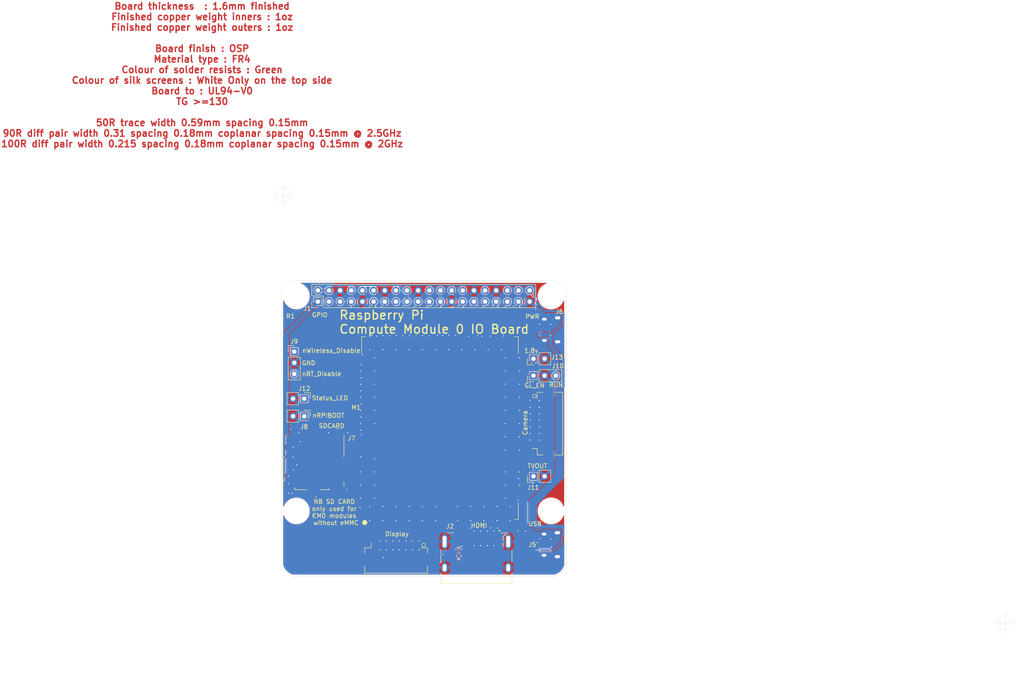
<source format=kicad_pcb>
(kicad_pcb (version 20241229) (generator "pcbnew") (generator_version "9.0")
  (layers (0 "F.Cu" signal) (2 "B.Cu" signal) (13 "F.Paste" user) (15 "B.Paste" user) (5 "F.SilkS" user "F.Silkscreen") (7 "B.SilkS" user "B.Silkscreen") (1 "F.Mask" user) (3 "B.Mask" user) (25 "Edge.Cuts" user))
  (net 0 "")
  (net 1 "GND")
  (net 2 "/GPIO25")
  (net 3 "/GPIO4")
  (net 4 "/GPIO20")
  (net 5 "/GPIO13")
  (net 6 "/ID_SC")
  (net 7 "/GPIO10")
  (net 8 "/GPIO5")
  (net 9 "/GPIO7")
  (net 10 "/ID_SD")
  (net 11 "/GPIO26")
  (net 12 "/GPIO11")
  (net 13 "/GPIO17")
  (net 14 "/GPIO22")
  (net 15 "/GPIO12")
  (net 16 "/GPIO6")
  (net 17 "/GPIO16")
  (net 18 "/GPIO3")
  (net 19 "/GPIO27")
  (net 20 "/GPIO21")
  (net 21 "/GPIO2")
  (net 22 "/GPIO9")
  (net 23 "/GPIO24")
  (net 24 "/GPIO8")
  (net 25 "/GPIO19")
  (net 26 "/HDMI_D1_N")
  (net 27 "/HDMI_D2_P")
  (net 28 "/HDMI_D2_N")
  (net 29 "/HDMI_CK_P")
  (net 30 "/HDMI_SCL")
  (net 32 "/HDMI_SDA")
  (net 33 "/HDMI_D1_P")
  (net 34 "/HDMI_CEC")
  (net 35 "/HDMI_HPD")
  (net 36 "/HDMI_D0_N")
  (net 37 "/HDMI_CK_N")
  (net 38 "/DSI_CK_P")
  (net 39 "/SDA0")
  (net 40 "/DSI_CK_N")
  (net 42 "/DSI_D3_P")
  (net 43 "/DSI_D2_P")
  (net 44 "/DSI_D1_P")
  (net 45 "/SCL0")
  (net 48 "/DSI_D3_N")
  (net 49 "/DSI_D2_N")
  (net 50 "/DSI_D0_P")
  (net 52 "/DSI_D0_N")
  (net 53 "/DSI_D1_N")
  (net 54 "/CSI_CK_N")
  (net 55 "/CSI_D3_N")
  (net 56 "/CSI_D0_P")
  (net 57 "/+3.3vCAM")
  (net 58 "/CSI_D3_P")
  (net 59 "/CSI_D1_P")
  (net 60 "/CSI_GPIO")
  (net 62 "/CSI_D0_N")
  (net 63 "/CSI_CK_P")
  (net 64 "/CSI_D2_N")
  (net 65 "/CSI_D1_N")
  (net 66 "/CSI_D2_P")
  (net 67 "/USBD_P")
  (net 68 "/USB_OTG")
  (net 69 "/USBD_N")
  (net 73 "/SD_DAT3")
  (net 74 "/SD_DAT2")
  (net 75 "/+3.3v")
  (net 76 "/SD_CLK")
  (net 77 "/SD_DAT1")
  (net 78 "/SD_CMD")
  (net 79 "/SD_DAT0")
  (net 80 "/nRPI_BOOT")
  (net 81 "/BT_ON")
  (net 82 "/WiFi_ON")
  (net 83 "/RUN_PG")
  (net 84 "/CVBS")
  (net 85 "/+1.8v")
  (net 86 "/GPIO15")
  (net 87 "/GPIO18")
  (net 88 "/GPIO23")
  (net 89 "/GPIO14")
  (net 90 "/HDMI_D0_P")
  (net 91 "/GLOBAL_EN")
  (net 92 "/+5v")
  (net 95 "/LED_nACT")
  (footprint "Connector_PinHeader_2.54mm:PinHeader_2x20_P2.54mm_Vertical" (layer "F.Cu") (at 87.37 85.77 90)
    (property "Reference" "J1")
    (property "Value" "THD-20-R")
  )
  (footprint "MountingHole:MountingHole_2.7mm_M2.5" (layer "F.Cu") (at 140.5 84.5)
    (property "Reference" "H1" (hide yes))
    (property "Value" "MountingHole")
  )
  (footprint "MountingHole:MountingHole_2.7mm_M2.5" (layer "F.Cu") (at 82.5 133.5)
    (property "Reference" "H2" (hide yes))
    (property "Value" "MountingHole")
  )
  (footprint "MountingHole:MountingHole_2.7mm_M2.5" (layer "F.Cu") (at 82.5 84.5)
    (property "Reference" "H3" (hide yes))
    (property "Value" "MountingHole")
  )
  (footprint "MountingHole:MountingHole_2.7mm_M2.5" (layer "F.Cu") (at 140.5 133.5)
    (property "Reference" "H4" (hide yes))
    (property "Value" "MountingHole")
  )
  (footprint "CM0IO:Molex_2086581051" (layer "F.Cu") (at 123.5 140.5)
    (property "Reference" "J2")
    (property "Value" "2086581051" (hide yes))
  )
  (footprint "CM0IO:Hirose_FH12-22S-0.5SH_1x22-1MP_P0.50mm_Horizontal" (layer "F.Cu") (at 105.2 143.2)
    (property "Reference" "J3")
    (property "Value" "Conn_01x22_Female")
  )
  (footprint "CM0IO:SDCARD_MOLEX_503398-1892" (layer "F.Cu") (at 86.3 122.1 90)
    (property "Reference" "J7")
    (property "Value" "Micro_SD_Card_Det")
  )
  (footprint "CM0IO:Hirose_FH12-22S-0.5SH_1x22-1MP_P0.50mm_Horizontal" (layer "F.Cu") (at 138.65 113.6 90)
    (property "Reference" "J4")
    (property "Value" "Conn_01x22_Female")
  )
  (footprint "Connector_PinHeader_2.54mm:PinHeader_1x02_P2.54mm_Vertical" (layer "F.Cu") (at 136.5 98.8 90)
    (property "Reference" "J13")
    (property "Value" "Conn_01x02")
  )
  (footprint "Connector_PinHeader_2.54mm:PinHeader_1x03_P2.54mm_Vertical" (layer "F.Cu") (at 82 97.175)
    (property "Reference" "J9")
    (property "Value" "Conn_01x03")
  )
  (footprint "Connector_PinHeader_2.54mm:PinHeader_1x02_P2.54mm_Vertical" (layer "F.Cu") (at 84.275 111.9 -90)
    (property "Reference" "J8")
    (property "Value" "Conn_01x02")
  )
  (footprint "CM0IO:amphenol_10103594-0001lf" (layer "F.Cu") (at 141.95 141.2 90)
    (property "Reference" "J5")
    (property "Value" "USB_OTG" (hide yes))
  )
  (footprint "Connector_PinHeader_2.54mm:PinHeader_1x03_P2.54mm_Vertical" (layer "F.Cu") (at 136.5 102.65 90)
    (property "Reference" "J10")
    (property "Value" "Conn_01x03")
  )
  (footprint "CM0IO:amphenol_10103594-0001lf" (layer "F.Cu") (at 142.015 92.2 90)
    (property "Reference" "J6")
    (property "Value" "USB_OTG" (hide yes))
  )
  (footprint "Connector_PinHeader_2.54mm:PinHeader_1x02_P2.54mm_Vertical" (layer "F.Cu") (at 136.5 125.6 90)
    (property "Reference" "J11")
    (property "Value" "Conn_01x02")
  )
  (footprint "CM0IO:CM0" (layer "F.Cu") (at 115.2 114.6 90)
    (property "Reference" "M1")
    (property "Value" "CM0")
  )
  (footprint "Connector_PinHeader_2.54mm:PinHeader_1x02_P2.54mm_Vertical" (layer "F.Cu") (at 84.275 107.9 -90)
    (property "Reference" "J12")
    (property "Value" "Conn_01x02")
  )
  (gr_line (start 144 145) (end 144 84.5) (stroke (width 0.05)) (layer "Edge.Cuts"))
  (gr_line (start 140.5 81) (end 82.5 81) (stroke (width 0.05)) (layer "Edge.Cuts"))
  (gr_line (start 79 145) (end 79 84.5) (stroke (width 0.05)) (layer "Edge.Cuts"))
  (gr_arc (start 79 84.5) (mid 80.025126 82.025126) (end 82.5 81) (stroke (width 0.05)) (layer "Edge.Cuts"))
  (gr_line (start 82.5 148.5) (end 140.5 148.5) (stroke (width 0.05)) (layer "Edge.Cuts"))
  (gr_arc (start 82.5 148.5) (mid 80.025126 147.474874) (end 79 145) (stroke (width 0.05)) (layer "Edge.Cuts"))
  (gr_arc (start 140.5 81) (mid 142.974874 82.025126) (end 144 84.5) (stroke (width 0.05)) (layer "Edge.Cuts"))
  (gr_arc (start 144 145) (mid 142.974874 147.474874) (end 140.5 148.5) (stroke (width 0.05)) (layer "Edge.Cuts"))
  (gr_text "Board thickness  : 1.6mm finished\nFinished copper weight inners : 1oz\nFinished copper weight outers : 1oz\n\nBoard finish : OSP\nMaterial type : FR4\nColour of solder resists : Green\nColour of silk screens : White Only on the top side\nBoard to : UL94-V0\nTG >=130\n\n50R trace width 0.59mm spacing 0.15mm\n90R diff pair width 0.31 spacing 0.18mm coplanar spacing 0.15mm @ 2.5GHz\n100R diff pair width 0.215 spacing 0.18mm coplanar spacing 0.15mm @ 2GHz" (at 61 34.1 0) (layer "F.Cu") (effects (font (size 1.5 1.5) (thickness 0.3))))
  (gr_text "Raspberry Pi \nCompute Module 0 IO Board" (at 92.1 90.45 0) (layer "F.SilkS") (effects (font (size 2 2) (thickness 0.3)) (justify left)))
  (gr_text "nWireless_Disable\n" (at 90.45 96.95 0) (layer "F.SilkS") (effects (font (size 1 1))))
  (gr_text "Camera" (at 134.6 113.4 90) (layer "F.SilkS") (effects (font (size 1 1))))
  (gr_text "Display\n" (at 105.4 138.75 0) (layer "F.SilkS") (effects (font (size 1 1))))
  (gr_text "GPIO\n" (at 85.95 89.4 0) (layer "F.SilkS") (effects (font (size 1 1)) (justify left bottom)))
  (gr_text "Status_LED" (at 90.15 107.75 0) (layer "F.SilkS") (effects (font (size 1 1))))
  (gr_text "1.8v" (at 136 96.95 0) (layer "F.SilkS") (effects (font (size 1 1))))
  (gr_text "TVOUT" (at 137.4 123.25 0) (layer "F.SilkS") (effects (font (size 1 1))))
  (gr_text "GL_EN" (at 136.75 104.9 0) (layer "F.SilkS") (effects (font (size 1 1))))
  (gr_text "R1" (at 80.05 89.7 0) (layer "F.SilkS") (effects (font (size 1 1)) (justify left bottom)))
  (gr_text "nBT_Disable\n " (at 88.25 103.05 0) (layer "F.SilkS") (effects (font (size 1 1))))
  (gr_text "nRPIBOOT\n" (at 89.8 111.75 0) (layer "F.SilkS") (effects (font (size 1 1))))
  (gr_text "GND" (at 83.65 100.35 0) (layer "F.SilkS") (effects (font (size 1 1)) (justify left bottom)))
  (gr_text "NB SD CARD \nonly used for \nCM0 modules \nwithout eMMC" (at 91.5 133.8 0) (layer "F.SilkS") (effects (font (size 1 1))))
  (gr_text "USB\n" (at 136.85 136.45 0) (layer "F.SilkS") (effects (font (size 1 1))))
  (gr_text "RUN\n\n" (at 141.65 105.6 0) (layer "F.SilkS") (effects (font (size 1 1))))
  (gr_text "HDMI\n" (at 124.1 136.8 0) (layer "F.SilkS") (effects (font (size 1 1))))
  (gr_text "SDCARD\n" (at 90.5 114.1 0) (layer "F.SilkS") (effects (font (size 1 1))))
  (gr_text "PWR\n" (at 136.25 89.2 0) (layer "F.SilkS") (effects (font (size 1 1))))
  (target plus (at 244 159) (size 5) (width 0.05) (layer "Edge.Cuts"))
  (target plus (at 79.5 61.5) (size 5) (width 0.05) (layer "Edge.Cuts"))
  (segment (start 91.94 128.58) (end 89.87 128.58) (width 0.59) (layer "F.Cu") (net 1))
  (segment (start 111.2 134.1) (end 111.2 135.7) (width 0.5) (layer "F.Cu") (net 1))
  (segment (start 131.7 119.6) (end 133.3 119.6) (width 0.5) (layer "F.Cu") (net 1))
  (segment (start 131.7 124.6) (end 133.3 124.6) (width 0.5) (layer "F.Cu") (net 1))
  (segment (start 80.7 127.25) (end 80.69 127.26) (width 0.59) (layer "F.Cu") (net 1))
  (segment (start 140.8375 140.2375) (end 142.25 140.2375) (width 0.5) (layer "F.Cu") (net 1))
  (segment (start 102.95 141.35) (end 102.95 142.35) (width 0.25) (layer "F.Cu") (net 1))
  (segment (start 80.69 128.36) (end 82.09 128.36) (width 0.59) (layer "F.Cu") (net 1))
  (segment (start 91.94 128.58) (end 93.98 128.58) (width 0.59) (layer "F.Cu") (net 1))
  (segment (start 81.175 114.875) (end 81.2 114.85) (width 0.5) (layer "F.Cu") (net 1))
  (segment (start 131.7 101.6) (end 130.1 101.6) (width 0.5) (layer "F.Cu") (net 1))
  (segment (start 131.2 134.1) (end 131.2 135.7) (width 0.5) (layer "F.Cu") (net 1))
  (segment (start 98.7 110.6) (end 100.3 110.6) (width 0.5) (layer "F.Cu") (net 1))
  (segment (start 126.2 95.1) (end 126.2 96.7) (width 0.5) (layer "F.Cu") (net 1))
  (segment (start 98.7 130.6) (end 100.3 130.6) (width 0.5) (layer "F.Cu") (net 1))
  (segment (start 131.7 107.6) (end 130.1 107.6) (width 0.5) (layer "F.Cu") (net 1))
  (segment (start 98.7 104.6) (end 100.3 104.6) (width 0.5) (layer "F.Cu") (net 1))
  (segment (start 131.2 134.1) (end 131.2 132.5) (width 0.5) (layer "F.Cu") (net 1))
  (segment (start 91.94 115.62) (end 89.83 115.62) (width 0.5) (layer "F.Cu") (net 1))
  (segment (start 136.8 117.35) (end 137.85 117.35) (width 0.25) (layer "F.Cu") (net 1))
  (segment (start 93.98 128.58) (end 94 128.6) (width 0.59) (layer "F.Cu") (net 1))
  (segment (start 102.2 95.1) (end 102.2 96.7) (width 0.5) (layer "F.Cu") (net 1))
  (segment (start 125.2 134.1) (end 125.2 135.7) (width 0.5) (layer "F.Cu") (net 1))
  (segment (start 99.2 134.1) (end 99.2 135.7) (width 0.5) (layer "F.Cu") (net 1))
  (segment (start 122.2 134.1) (end 122.2 132.5) (width 0.5) (layer "F.Cu") (net 1))
  (segment (start 108.2 95.1) (end 108.2 96.7) (width 0.5) (layer "F.Cu") (net 1))
  (segment (start 98.7 101.6) (end 100.3 101.6) (width 0.5) (layer "F.Cu") (net 1))
  (segment (start 141.0625 142.1625) (end 140.6 141.7) (width 0.5) (layer "F.Cu") (net 1))
  (segment (start 105.95 141.35) (end 105.95 140.35) (width 0.25) (layer "F.Cu") (net 1))
  (segment (start 139.18 139.9) (end 138 139.9) (width 0.5) (layer "F.Cu") (net 1))
  (segment (start 105.2 134.1) (end 105.2 135.7) (width 0.5) (layer "F.Cu") (net 1))
  (segment (start 98.7 127.6) (end 97.1 127.6) (width 0.59) (layer "F.Cu") (net 1))
  (segment (start 108.95 141.35) (end 108.95 142.35) (width 0.25) (layer "F.Cu") (net 1))
  (segment (start 102.2 134.1) (end 102.2 135.7) (width 0.5) (layer "F.Cu") (net 1))
  (segment (start 110.45 141.35) (end 110.45 142.35) (width 0.25) (layer "F.Cu") (net 1))
  (segment (start 129.2 95.1) (end 129.2 96.75) (width 0.5) (layer "F.Cu") (net 1))
  (segment (start 107.45 141.35) (end 107.45 140.35) (width 0.25) (layer "F.Cu") (net 1))
  (segment (start 136.8 111.35) (end 135.8 111.35) (width 0.25) (layer "F.Cu") (net 1))
  (segment (start 120 141.35) (end 120.15 141.5) (width 0.25) (layer "F.Cu") (net 1))
  (segment (start 136.8 112.85) (end 135.8 112.85) (width 0.25) (layer "F.Cu") (net 1))
  (segment (start 136.8 111.35) (end 137.85 111.35) (width 0.25) (layer "F.Cu") (net 1))
  (segment (start 108.95 141.35) (end 108.95 140.35) (width 0.25) (layer "F.Cu") (net 1))
  (segment (start 126 139.77) (end 126 141.4) (width 0.25) (layer "F.Cu") (net 1))
  (segment (start 102.2 95.1) (end 102.2 93.5) (width 0.5) (layer "F.Cu") (net 1))
  (segment (start 82.09 128.36) (end 82.1 128.35) (width 0.59) (layer "F.Cu") (net 1))
  (segment (start 81.78 118.98) (end 80.675 118.98) (width 0.59) (layer "F.Cu") (net 1))
  (segment (start 81.175 115.7) (end 83 115.7) (width 0.5) (layer "F.Cu") (net 1))
  (segment (start 136.8 112.85) (end 137.85 112.85) (width 0.25) (layer "F.Cu") (net 1))
  (segment (start 125.2 134.1) (end 125.2 132.5) (width 0.5) (layer "F.Cu") (net 1))
  (segment (start 123.2 95.1) (end 123.2 96.7) (width 0.5) (layer "F.Cu") (net 1))
  (segment (start 122.2 134.1) (end 122.2 135.7) (width 0.5) (layer "F.Cu") (net 1))
  (segment (start 98.7 113.6) (end 100.3 113.6) (width 0.5) (layer "F.Cu") (net 1))
  (segment (start 136.8 114.35) (end 137.85 114.35) (width 0.25) (layer "F.Cu") (net 1))
  (segment (start 140.5 139.9) (end 139.18 139.9) (width 0.5) (layer "F.Cu") (net 1))
  (segment (start 99.2 134.1) (end 99.2 132.5) (width 0.5) (layer "F.Cu") (net 1))
  (segment (start 131.7 130.6) (end 130.1 130.6) (width 0.5) (layer "F.Cu") (net 1))
  (segment (start 102.2 134.1) (end 102.2 132.5) (width 0.5) (layer "F.Cu") (net 1))
  (segment (start 136.8 115.85) (end 137.85 115.85) (width 0.25) (layer "F.Cu") (net 1))
  (segment (start 105.2 134.1) (end 105.2 132.5) (width 0.5) (layer "F.Cu") (net 1))
  (segment (start 98.7 107.6) (end 100.3 107.6) (width 0.5) (layer "F.Cu") (net 1))
  (segment (start 132.45 130.6) (end 132.95 131.1) (width 0.5) (layer "F.Cu") (net 1))
  (segment (start 81.33 118.98) (end 81.65 119.3) (width 0.59) (layer "F.Cu") (net 1))
  (segment (start 98.7 124.6) (end 97.1 124.6) (width 0.59) (layer "F.Cu") (net 1))
  (segment (start 98.7 98.6) (end 100.3 98.6) (width 0.5) (layer "F.Cu") (net 1))
  (segment (start 123 139.77) (end 123 141.4) (width 0.25) (layer "F.Cu") (net 1))
  (segment (start 108.2 134.1) (end 108.2 132.5) (width 0.5) (layer "F.Cu") (net 1))
  (segment (start 98.7 113.6) (end 97.1 113.6) (width 0.5) (layer "F.Cu") (net 1))
  (segment (start 120.2 95.1) (end 120.2 96.7) (width 0.5) (layer "F.Cu") (net 1))
  (segment (start 101.45 141.35) (end 101.45 142.35) (width 0.25) (layer "F.Cu") (net 1))
  (segment (start 126 139.77) (end 126 138.1) (width 0.25) (layer "F.Cu") (net 1))
  (segment (start 110.45 141.35) (end 110.45 140.35) (width 0.25) (layer "F.Cu") (net 1))
  (segment (start 114.2 134.1) (end 114.2 132.5) (width 0.5) (layer "F.Cu") (net 1))
  (segment (start 98.7 130.6) (end 97.1 130.6) (width 0.5) (layer "F.Cu") (net 1))
  (segment (start 136.8 114.35) (end 135.75 114.35) (width 0.25) (layer "F.Cu") (net 1))
  (segment (start 98.7 121.6) (end 100.3 121.6) (width 0.59) (layer "F.Cu") (net 1))
  (segment (start 97.65 121.6) (end 97.2 121.15) (width 0.59) (layer "F.Cu") (net 1))
  (segment (start 127.5 139.77) (end 127.5 141.4) (width 0.25) (layer "F.Cu") (net 1))
  (segment (start 89.87 128.58) (end 89.85 128.6) (width 0.59) (layer "F.Cu") (net 1))
  (segment (start 111.2 95.1) (end 111.2 96.7) (width 0.5) (layer "F.Cu") (net 1))
  (segment (start 142.25 142.1625) (end 141.0625 142.1625) (width 0.5) (layer "F.Cu") (net 1))
  (segment (start 81.8 119) (end 81.78 118.98) (width 0.59) (layer "F.Cu") (net 1))
  (segment (start 89.83 115.62) (end 89.8 115.65) (width 0.5) (layer "F.Cu") (net 1))
  (segment (start 98.7 104.6) (end 97.1 104.6) (width 0.5) (layer "F.Cu") (net 1))
  (segment (start 135.8 108.35) (end 136.8 108.35) (width 0.25) (layer "F.Cu") (net 1))
  (segment (start 80.69 128.36) (end 80.69 129.44) (width 0.59) (layer "F.Cu") (net 1))
  (segment (start 131.7 116.6) (end 133.275 116.6) (width 0.5) (layer "F.Cu") (net 1))
  (segment (start 131.7 113.6) (end 133.3 113.6) (width 0.5) (layer "F.Cu") (net 1))
  (segment (start 128.2 134.1) (end 128.2 132.5) (width 0.5) (layer "F.Cu") (net 1))
  (segment (start 114.2 95.1) (end 114.2 96.7) (width 0.5) (layer "F.Cu") (net 1))
  (segment (start 139.18 90.9) (end 140.4 90.9) (width 0.25) (layer "F.Cu") (net 1))
  (segment (start 98.7 127.6) (end 100.3 127.6) (width 0.59) (layer "F.Cu") (net 1))
  (segment (start 131.7 98.6) (end 133.3 98.6) (width 0.5) (layer "F.Cu") (net 1))
  (segment (start 131.7 113.6) (end 130.1 113.6) (width 0.5) (layer "F.Cu") (net 1))
  (segment (start 105.95 141.35) (end 105.95 142.35) (width 0.25) (layer "F.Cu") (net 1))
  (segment (start 131.7 127.6) (end 130.1 127.6) (width 0.5) (layer "F.Cu") (net 1))
  (segment (start 140.5 139.9) (end 140.8375 140.2375) (width 0.5) (layer "F.Cu") (net 1))
  (segment (start 136.8 109.85) (end 137.85 109.85) (width 0.25) (layer "F.Cu") (net 1))
  (segment (start 98.7 110.6) (end 97.1 110.6) (width 0.5) (layer "F.Cu") (net 1))
  (segment (start 131.7 127.6) (end 133.3 127.6) (width 0.5) (layer "F.Cu") (net 1))
  (segment (start 80.69 128.36) (end 80.69 127.26) (width 0.59) (layer "F.Cu") (net 1))
  (segment (start 124.5 139.77) (end 124.5 141.4) (width 0.25) (layer "F.Cu") (net 1))
  (segment (start 98.7 124.6) (end 100.3 124.6) (width 0.59) (layer "F.Cu") (net 1))
  (segment (start 123 139.77) (end 123 138.1) (width 0.25) (layer "F.Cu") (net 1))
  (segment (start 131.7 107.6) (end 133.3 107.6) (width 0.5) (layer "F.Cu") (net 1))
  (segment (start 98.7 101.6) (end 97.1 101.6) (width 0.5) (layer "F.Cu") (net 1))
  (segment (start 91.94 115.62) (end 94.13 115.62) (width 0.5) (layer "F.Cu") (net 1))
  (segment (start 104.45 141.35) (end 104.45 140.35) (width 0.25) (layer "F.Cu") (net 1))
  (segment (start 80.69 129.44) (end 80.7 129.45) (width 0.59) (layer "F.Cu") (net 1))
  (segment (start 119.2 134.1) (end 119.2 135.675) (width 0.5) (layer "F.Cu") (net 1))
  (segment (start 139.18 90.9) (end 137.9 90.9) (width 0.25) (layer "F.Cu") (net 1))
  (segment (start 98.7 107.6) (end 97.1 107.6) (width 0.5) (layer "F.Cu") (net 1))
  (segment (start 117.2 95.1) (end 117.2 96.7) (width 0.5) (layer "F.Cu") (net 1))
  (segment (start 131.7 104.6) (end 130.1 104.6) (width 0.5) (layer "F.Cu") (net 1))
  (segment (start 91.94 114.79) (end 91.9 114.75) (width 0.5) (layer "F.Cu") (net 1))
  (segment (start 131.7 130.6) (end 132.45 130.6) (width 0.5) (layer "F.Cu") (net 1))
  (segment (start 104.45 141.35) (end 104.45 142.35) (width 0.25) (layer "F.Cu") (net 1))
  (segment (start 80.675 118.98) (end 81.33 118.98) (width 0.59) (layer "F.Cu") (net 1))
  (segment (start 114.2 134.1) (end 114.2 135.7) (width 0.5) (layer "F.Cu") (net 1))
  (segment (start 135.7 108.25) (end 135.8 108.35) (width 0.25) (layer "F.Cu") (net 1))
  (segment (start 107.45 141.35) (end 107.45 142.35) (width 0.25) (layer "F.Cu") (net 1))
  (segment (start 120 139.77) (end 120 141.35) (width 0.25) (layer "F.Cu") (net 1))
  (segment (start 119.2 134.1) (end 119.2 132.5) (width 0.5) (layer "F.Cu") (net 1))
  (segment (start 124.5 139.77) (end 124.5 138.1) (width 0.25) (layer "F.Cu") (net 1))
  (segment (start 131.7 124.6) (end 130.1 124.6) (width 0.5) (layer "F.Cu") (net 1))
  (segment (start 131.7 116.6) (end 130.1 116.6) (width 0.5) (layer "F.Cu") (net 1))
  (segment (start 136.8 108.35) (end 137.8 108.35) (width 0.25) (layer "F.Cu") (net 1))
  (segment (start 128.2 134.1) (end 128.2 135.7) (width 0.5) (layer "F.Cu") (net 1))
  (segment (start 131.7 101.6) (end 133.3 101.6) (width 0.5) (layer "F.Cu") (net 1))
  (segment (start 131.7 110.6) (end 130.1 110.6) (width 0.5) (layer "F.Cu") (net 1))
  (segment (start 111.2 134.1) (end 111.2 132.5) (width 0.5) (layer "F.Cu") (net 1))
  (segment (start 81.175 115.7) (end 81.175 114.875) (width 0.5) (layer "F.Cu") (net 1))
  (segment (start 101.45 141.35) (end 101.45 140.35) (width 0.25) (layer "F.Cu") (net 1))
  (segment (start 94.13 115.62) (end 94.15 115.6) (width 0.5) (layer "F.Cu") (net 1))
  (segment (start 127.5 139.77) (end 127.5 138) (width 0.25) (layer "F.Cu") (net 1))
  (segment (start 98.7 121.6) (end 97.65 121.6) (width 0.59) (layer "F.Cu") (net 1))
  (segment (start 131.7 119.6) (end 130.1 119.6) (width 0.5) (layer "F.Cu") (net 1))
  (segment (start 131.7 98.6) (end 130.1 98.6) (width 0.5) (layer "F.Cu") (net 1))
  (segment (start 136.8 109.85) (end 135.75 109.85) (width 0.25) (layer "F.Cu") (net 1))
  (segment (start 102.95 141.35) (end 102.95 140.35) (width 0.25) (layer "F.Cu") (net 1))
  (segment (start 99.2 95.1) (end 99.2 96.7) (width 0.5) (layer "F.Cu") (net 1))
  (segment (start 105.2 95.1) (end 105.2 96.7) (width 0.5) (layer "F.Cu") (net 1))
  (segment (start 131.7 110.6) (end 133.3 110.6) (width 0.5) (layer "F.Cu") (net 1))
  (segment (start 91.94 115.62) (end 91.94 114.79) (width 0.5) (layer "F.Cu") (net 1))
  (segment (start 131.7 104.6) (end 133.3 104.6) (width 0.5) (layer "F.Cu") (net 1))
  (segment (start 108.2 134.1) (end 108.2 135.7) (width 0.5) (layer "F.Cu") (net 1))
  (via (at 97.25 106.1) (size 0.45) (drill 0.25) (layers "F.Cu" "B.Cu") (net 1))
  (via (at 99.7 93.45) (size 0.45) (drill 0.25) (layers "F.Cu" "B.Cu") (net 1))
  (via (at 131.2 135.7) (size 0.45) (drill 0.25) (layers "F.Cu" "B.Cu") (net 1))
  (via (at 130.1 110.6) (size 0.45) (drill 0.25) (layers "F.Cu" "B.Cu") (net 1))
  (via (at 130.1 116.6) (size 0.45) (drill 0.25) (layers "F.Cu" "B.Cu") (net 1))
  (via (at 140.5 139.9) (size 0.45) (drill 0.25) (layers "F.Cu" "B.Cu") (net 1))
  (via (at 97.25 109.15) (size 0.45) (drill 0.25) (layers "F.Cu" "B.Cu") (net 1))
  (via (at 102.2 96.7) (size 0.45) (drill 0.25) (layers "F.Cu" "B.Cu") (net 1))
  (via (at 128.35 137.45) (size 0.45) (drill 0.25) (layers "F.Cu" "B.Cu") (net 1))
  (via (at 81.7 121.2) (size 0.45) (drill 0.25) (layers "F.Cu" "B.Cu") (net 1))
  (via (at 126.2 96.7) (size 0.45) (drill 0.25) (layers "F.Cu" "B.Cu") (net 1))
  (via (at 135.75 109.85) (size 0.45) (drill 0.25) (layers "F.Cu" "B.Cu") (net 1))
  (via (at 97.1 107.6) (size 0.45) (drill 0.25) (layers "F.Cu" "B.Cu") (net 1))
  (via (at 125.2 135.7) (size 0.45) (drill 0.25) (layers "F.Cu" "B.Cu") (net 1))
  (via (at 80.7 125.55) (size 0.45) (drill 0.25) (layers "F.Cu" "B.Cu") (net 1))
  (via (at 135.8 112.85) (size 0.45) (drill 0.25) (layers "F.Cu" "B.Cu") (net 1))
  (via (at 111.2 135.7) (size 0.45) (drill 0.25) (layers "F.Cu" "B.Cu") (net 1))
  (via (at 108.2 132.5) (size 0.45) (drill 0.25) (layers "F.Cu" "B.Cu") (net 1))
  (via (at 99.15 86.9) (size 0.45) (drill 0.25) (layers "F.Cu" "B.Cu") (net 1))
  (via (at 137.1 142.4) (size 0.45) (drill 0.25) (layers "F.Cu" "B.Cu") (net 1))
  (via (at 99.2 135.7) (size 0.45) (drill 0.25) (layers "F.Cu" "B.Cu") (net 1))
  (via (at 101.45 142.35) (size 0.45) (drill 0.25) (layers "F.Cu" "B.Cu") (net 1))
  (via (at 114.2 132.5) (size 0.45) (drill 0.25) (layers "F.Cu" "B.Cu") (net 1))
  (via (at 131.2 132.5) (size 0.45) (drill 0.25) (layers "F.Cu" "B.Cu") (net 1))
  (via (at 136.45 127.15) (size 0.45) (drill 0.25) (layers "F.Cu" "B.Cu") (net 1))
  (via (at 86.5 134.5) (size 0.45) (drill 0.25) (layers "F.Cu" "B.Cu") (net 1))
  (via (at 133.3 127.6) (size 0.45) (drill 0.25) (layers "F.Cu" "B.Cu") (net 1))
  (via (at 120.2 96.7) (size 0.45) (drill 0.25) (layers "F.Cu" "B.Cu") (net 1))
  (via (at 100.3 130.6) (size 0.45) (drill 0.25) (layers "F.Cu" "B.Cu") (net 1))
  (via (at 83 115.7) (size 0.45) (drill 0.25) (layers "F.Cu" "B.Cu") (net 1))
  (via (at 103.75 93.6) (size 0.45) (drill 0.25) (layers "F.Cu" "B.Cu") (net 1))
  (via (at 102.95 140.35) (size 0.45) (drill 0.25) (layers "F.Cu" "B.Cu") (net 1))
  (via (at 130.1 98.6) (size 0.45) (drill 0.25) (layers "F.Cu" "B.Cu") (net 1))
  (via (at 100.3 110.6) (size 0.45) (drill 0.25) (layers "F.Cu" "B.Cu") (net 1))
  (via (at 111.2 96.7) (size 0.45) (drill 0.25) (layers "F.Cu" "B.Cu") (net 1))
  (via (at 130.1 87) (size 0.45) (drill 0.25) (layers "F.Cu" "B.Cu") (net 1))
  (via (at 102.25 144.1) (size 0.45) (drill 0.25) (layers "F.Cu" "B.Cu") (net 1))
  (via (at 135.75 114.35) (size 0.45) (drill 0.25) (layers "F.Cu" "B.Cu") (net 1))
  (via (at 133.35 87) (size 0.45) (drill 0.25) (layers "F.Cu" "B.Cu") (net 1))
  (via (at 114.25 86.7) (size 0.45) (drill 0.25) (layers "F.Cu" "B.Cu") (net 1))
  (via (at 97.2 115.1) (size 0.45) (drill 0.25) (layers "F.Cu" "B.Cu") (net 1))
  (via (at 126.75 137.35) (size 0.45) (drill 0.25) (layers "F.Cu" "B.Cu") (net 1))
  (via (at 123 141.4) (size 0.45) (drill 0.25) (layers "F.Cu" "B.Cu") (net 1))
  (via (at 133.3 119.6) (size 0.45) (drill 0.25) (layers "F.Cu" "B.Cu") (net 1))
  (via (at 120.15 141.5) (size 0.45) (drill 0.25) (layers "F.Cu" "B.Cu") (net 1))
  (via (at 133 138.1) (size 0.45) (drill 0.25) (layers "F.Cu" "B.Cu") (net 1))
  (via (at 80.69 127.26) (size 0.45) (drill 0.25) (layers "F.Cu" "B.Cu") (net 1))
  (via (at 119.4 86.7) (size 0.45) (drill 0.25) (layers "F.Cu" "B.Cu") (net 1))
  (via (at 123.2 96.7) (size 0.45) (drill 0.25) (layers "F.Cu" "B.Cu") (net 1))
  (via (at 100.3 124.6) (size 0.45) (drill 0.25) (layers "F.Cu" "B.Cu") (net 1))
  (via (at 137.85 111.35) (size 0.45) (drill 0.25) (layers "F.Cu" "B.Cu") (net 1))
  (via (at 81.5 129.5) (size 0.45) (drill 0.25) (layers "F.Cu" "B.Cu") (net 1))
  (via (at 105.95 142.35) (size 0.45) (drill 0.25) (layers "F.Cu" "B.Cu") (net 1))
  (via (at 97.25 112.1) (size 0.45) (drill 0.25) (layers "F.Cu" "B.Cu") (net 1))
  (via (at 122.183184 137.429707) (size 0.45) (drill 0.25) (layers "F.Cu" "B.Cu") (net 1))
  (via (at 108.95 142.35) (size 0.45) (drill 0.25) (layers "F.Cu" "B.Cu") (net 1))
  (via (at 108.2 96.7) (size 0.45) (drill 0.25) (layers "F.Cu" "B.Cu") (net 1))
  (via (at 137.85 109.85) (size 0.45) (drill 0.25) (layers "F.Cu" "B.Cu") (net 1))
  (via (at 123.75 93.6) (size 0.45) (drill 0.25) (layers "F.Cu" "B.Cu") (net 1))
  (via (at 125.2 132.5) (size 0.45) (drill 0.25) (layers "F.Cu" "B.Cu") (net 1))
  (via (at 100.75 93.65) (size 0.45) (drill 0.25) (layers "F.Cu" "B.Cu") (net 1))
  (via (at 119.2 135.675) (size 0.45) (drill 0.25) (layers "F.Cu" "B.Cu") (net 1))
  (via (at 137.9 90.9) (size 0.45) (drill 0.25) (layers "F.Cu" "B.Cu") (net 1))
  (via (at 100.3 101.6) (size 0.45) (drill 0.25) (layers "F.Cu" "B.Cu") (net 1))
  (via (at 97.25 103.15) (size 0.45) (drill 0.25) (layers "F.Cu" "B.Cu") (net 1))
  (via (at 123 138.1) (size 0.45) (drill 0.25) (layers "F.Cu" "B.Cu") (net 1))
  (via (at 94 128.6) (size 0.45) (drill 0.25) (layers "F.Cu" "B.Cu") (net 1))
  (via (at 100.3 121.6) (size 0.45) (drill 0.25) (layers "F.Cu" "B.Cu") (net 1))
  (via (at 133.3 113.6) (size 0.45) (drill 0.25) (layers "F.Cu" "B.Cu") (net 1))
  (via (at 102.2 93.5) (size 0.45) (drill 0.25) (layers "F.Cu" "B.Cu") (net 1))
  (via (at 138 139.9) (size 0.45) (drill 0.25) (layers "F.Cu" "B.Cu") (net 1))
  (via (at 100.3 113.6) (size 0.45) (drill 0.25) (layers "F.Cu" "B.Cu") (net 1))
  (via (at 115.4 87) (size 0.45) (drill 0.25) (layers "F.Cu" "B.Cu") (net 1))
  (via (at 97.1 127.6) (size 0.45) (drill 0.25) (layers "F.Cu" "B.Cu") (net 1))
  (via (at 137.85 117.35) (size 0.45) (drill 0.25) (layers "F.Cu" "B.Cu") (net 1))
  (via (at 80.7 129.45) (size 0.45) (drill 0.25) (layers "F.Cu" "B.Cu") (net 1))
  (via (at 100.55 86.95) (size 0.45) (drill 0.25) (layers "F.Cu" "B.Cu") (net 1))
  (via (at 126 141.4) (size 0.45) (drill 0.25) (layers "F.Cu" "B.Cu") (net 1))
  (via (at 140.6 141.7) (size 0.45) (drill 0.25) (layers "F.Cu" "B.Cu") (net 1))
  (via (at 128.2 132.5) (size 0.45) (drill 0.25) (layers "F.Cu" "B.Cu") (net 1))
  (via (at 100.3 127.6) (size 0.45) (drill 0.25) (layers "F.Cu" "B.Cu") (net 1))
  (via (at 104.45 142.35) (size 0.45) (drill 0.25) (layers "F.Cu" "B.Cu") (net 1))
  (via (at 86.95 130.35) (size 0.45) (drill 0.25) (layers "F.Cu" "B.Cu") (net 1))
  (via (at 121.75 93.7) (size 0.45) (drill 0.25) (layers "F.Cu" "B.Cu") (net 1))
  (via (at 132 86.85) (size 0.45) (drill 0.25) (layers "F.Cu" "B.Cu") (net 1))
  (via (at 115.75 93.55) (size 0.45) (drill 0.25) (layers "F.Cu" "B.Cu") (net 1))
  (via (at 130.1 127.6) (size 0.45) (drill 0.25) (layers "F.Cu" "B.Cu") (net 1))
  (via (at 126.7 93.65) (size 0.45) (drill 0.25) (layers "F.Cu" "B.Cu") (net 1))
  (via (at 127.5 141.4) (size 0.45) (drill 0.25) (layers "F.Cu" "B.Cu") (net 1))
  (via (at 122.1 86.65) (size 0.45) (drill 0.25) (layers "F.Cu" "B.Cu") (net 1))
  (via (at 136.5 124.15) (size 0.45) (drill 0.25) (layers "F.Cu" "B.Cu") (net 1))
  (via (at 135.75 115.85) (size 0.45) (drill 0.25) (layers "F.Cu" "B.Cu") (net 1))
  (via (at 130.1 119.6) (size 0.45) (drill 0.25) (layers "F.Cu" "B.Cu") (net 1))
  (via (at 120 143.8) (size 0.45) (drill 0.25) (layers "F.Cu" "B.Cu") (net 1))
  (via (at 105.25 93.45) (size 0.45) (drill 0.25) (layers "F.Cu" "B.Cu") (net 1))
  (via (at 97.1 130.6) (size 0.45) (drill 0.25) (layers "F.Cu" "B.Cu") (net 1))
  (via (at 137.35 140.7) (size 0.45) (drill 0.25) (layers "F.Cu" "B.Cu") (net 1))
  (via (at 110.45 142.35) (size 0.45) (drill 0.25) (layers "F.Cu" "B.Cu") (net 1))
  (via (at 119 143.8) (size 0.45) (drill 0.25) (layers "F.Cu" "B.Cu") (net 1))
  (via (at 134.65 138.1) (size 0.45) (drill 0.25) (layers "F.Cu" "B.Cu") (net 1))
  (via (at 137.8 108.35) (size 0.45) (drill 0.25) (layers "F.Cu" "B.Cu") (net 1))
  (via (at 125.05 87) (size 0.45) (drill 0.25) (layers "F.Cu" "B.Cu") (net 1))
  (via (at 130.1 101.6) (size 0.45) (drill 0.25) (layers "F.Cu" "B.Cu") (net 1))
  (via (at 133.1 126.1) (size 0.45) (drill 0.25) (layers "F.Cu" "B.Cu") (net 1))
  (via (at 124.75 93.7) (size 0.45) (drill 0.25) (layers "F.Cu" "B.Cu") (net 1))
  (via (at 114.2 135.7) (size 0.45) (drill 0.25) (layers "F.Cu" "B.Cu") (net 1))
  (via (at 126 138.1) (size 0.45) (drill 0.25) (layers "F.Cu" "B.Cu") (net 1))
  (via (at 120.5 87) (size 0.45) (drill 0.25) (layers "F.Cu" "B.Cu") (net 1))
  (via (at 108.2 135.7) (size 0.45) (drill 0.25) (layers "F.Cu" "B.Cu") (net 1))
  (via (at 119.2 132.5) (size 0.45) (drill 0.25) (layers "F.Cu" "B.Cu") (net 1))
  (via (at 97.2 121.15) (size 0.45) (drill 0.25) (layers "F.Cu" "B.Cu") (net 1))
  (via (at 111.2 93.5) (size 0.45) (drill 0.25) (layers "F.Cu" "B.Cu") (net 1))
  (via (at 118.75 93.55) (size 0.45) (drill 0.25) (layers "F.Cu" "B.Cu") (net 1))
  (via (at 133.275 116.6) (size 0.45) (drill 0.25) (layers "F.Cu" "B.Cu") (net 1))
  (via (at 133.3 101.6) (size 0.45) (drill 0.25) (layers "F.Cu" "B.Cu") (net 1))
  (via (at 140.4 90.9) (size 0.45) (drill 0.25) (layers "F.Cu" "B.Cu") (net 1))
  (via (at 94.15 115.6) (size 0.45) (drill 0.25) (layers "F.Cu" "B.Cu") (net 1))
  (via (at 135.7 108.25) (size 0.45) (drill 0.25) (layers "F.Cu" "B.Cu") (net 1))
  (via (at 110.45 140.35) (size 0.45) (drill 0.25) (layers "F.Cu" "B.Cu") (net 1))
  (via (at 107.45 142.35) (size 0.45) (drill 0.25) (layers "F.Cu" "B.Cu") (net 1))
  (via (at 81.8 119) (size 0.45) (drill 0.25) (layers "F.Cu" "B.Cu") (net 1))
  (via (at 82.55 123) (size 0.45) (drill 0.25) (layers "F.Cu" "B.Cu") (net 1))
  (via (at 114.2 96.7) (size 0.45) (drill 0.25) (layers "F.Cu" "B.Cu") (net 1))
  (via (at 81.2 114.85) (size 0.45) (drill 0.25) (layers "F.Cu" "B.Cu") (net 1))
  (via (at 97.1 124.6) (size 0.45) (drill 0.25) (layers "F.Cu" "B.Cu") (net 1))
  (via (at 101.45 140.35) (size 0.45) (drill 0.25) (layers "F.Cu" "B.Cu") (net 1))
  (via (at 130.1 104.6) (size 0.45) (drill 0.25) (layers "F.Cu" "B.Cu") (net 1))
  (via (at 97.1 101.6) (size 0.45) (drill 0.25) (layers "F.Cu" "B.Cu") (net 1))
  (via (at 123.9 86.65) (size 0.45) (drill 0.25) (layers "F.Cu" "B.Cu") (net 1))
  (via (at 133.3 110.6) (size 0.45) (drill 0.25) (layers "F.Cu" "B.Cu") (net 1))
  (via (at 128.2 135.7) (size 0.45) (drill 0.25) (layers "F.Cu" "B.Cu") (net 1))
  (via (at 133.3 124.6) (size 0.45) (drill 0.25) (layers "F.Cu" "B.Cu") (net 1))
  (via (at 129.2 96.75) (size 0.45) (drill 0.25) (layers "F.Cu" "B.Cu") (net 1))
  (via (at 106.75 86.8) (size 0.45) (drill 0.25) (layers "F.Cu" "B.Cu") (net 1))
  (via (at 100.3 104.6) (size 0.45) (drill 0.25) (layers "F.Cu" "B.Cu") (net 1))
  (via (at 108.2 93.55) (size 0.45) (drill 0.25) (layers "F.Cu" "B.Cu") (net 1))
  (via (at 114.6 93.4) (size 0.45) (drill 0.25) (layers "F.Cu" "B.Cu") (net 1))
  (via (at 135.75 117.35) (size 0.45) (drill 0.25) (layers "F.Cu" "B.Cu") (net 1))
  (via (at 81.8 124.15) (size 0.45) (drill 0.25) (layers "F.Cu" "B.Cu") (net 1))
  (via (at 109.75 93.6) (size 0.45) (drill 0.25) (layers "F.Cu" "B.Cu") (net 1))
  (via (at 101.8 86.95) (size 0.45) (drill 0.25) (layers "F.Cu" "B.Cu") (net 1))
  (via (at 99.2 96.7) (size 0.45) (drill 0.25) (layers "F.Cu" "B.Cu") (net 1))
  (via (at 102.2 135.7) (size 0.45) (drill 0.25) (layers "F.Cu" "B.Cu") (net 1))
  (via (at 112.75 93.6) (size 0.45) (drill 0.25) (layers "F.Cu" "B.Cu") (net 1))
  (via (at 82.1 128.35) (size 0.45) (drill 0.25) (layers "F.Cu" "B.Cu") (net 1))
  (via (at 117.2 93.4) (size 0.45) (drill 0.25) (layers "F.Cu" "B.Cu") (net 1))
  (via (at 106.75 93.6) (size 0.45) (drill 0.25) (layers "F.Cu" "B.Cu") (net 1))
  (via (at 132.95 131.1) (size 0.45) (drill 0.25) (layers "F.Cu" "B.Cu") (net 1))
  (via (at 100.3 107.6) (size 0.45) (drill 0.25) (layers "F.Cu" "B.Cu") (net 1))
  (via (at 107.45 140.35) (size 0.45) (drill 0.25) (layers "F.Cu" "B.Cu") (net 1))
  (via (at 133.3 104.6) (size 0.45) (drill 0.25) (layers "F.Cu" "B.Cu") (net 1))
  (via (at 137.85 115.85) (size 0.45) (drill 0.25) (layers "F.Cu" "B.Cu") (net 1))
  (via (at 97 132.75) (size 0.45) (drill 0.25) (layers "F.Cu" "B.Cu") (net 1))
  (via (at 97.3 116.1) (size 0.45) (drill 0.25) (layers "F.Cu" "B.Cu") (net 1))
  (via (at 122.2 132.5) (size 0.45) (drill 0.25) (layers "F.Cu" "B.Cu") (net 1))
  (via (at 127.15 86.75) (size 0.45) (drill 0.25) (layers "F.Cu" "B.Cu") (net 1))
  (via (at 125.25 137.35) (size 0.45) (drill 0.25) (layers "F.Cu" "B.Cu") (net 1))
  (via (at 83.4 117.7) (size 0.45) (drill 0.25) (layers "F.Cu" "B.Cu") (net 1))
  (via (at 91.9 114.75) (size 0.45) (drill 0.25) (layers "F.Cu" "B.Cu") (net 1))
  (via (at 102.2 132.5) (size 0.45) (drill 0.25) (layers "F.Cu" "B.Cu") (net 1))
  (via (at 124.5 138.1) (size 0.45) (drill 0.25) (layers "F.Cu" "B.Cu") (net 1))
  (via (at 97.1 104.6) (size 0.45) (drill 0.25) (layers "F.Cu" "B.Cu") (net 1))
  (via (at 130.1 107.6) (size 0.45) (drill 0.25) (layers "F.Cu" "B.Cu") (net 1))
  (via (at 137.85 112.85) (size 0.45) (drill 0.25) (layers "F.Cu" "B.Cu") (net 1))
  (via (at 128.4 86.95) (size 0.45) (drill 0.25) (layers "F.Cu" "B.Cu") (net 1))
  (via (at 100.3 98.6) (size 0.45) (drill 0.25) (layers "F.Cu" "B.Cu") (net 1))
  (via (at 94.95 87.05) (size 0.45) (drill 0.25) (layers "F.Cu" "B.Cu") (net 1))
  (via (at 137.05 87.5) (size 0.45) (drill 0.25) (layers "F.Cu" "B.Cu") (net 1))
  (via (at 108.95 140.35) (size 0.45) (drill 0.25) (layers "F.Cu" "B.Cu") (net 1))
  (via (at 112.3 87) (size 0.45) (drill 0.25) (layers "F.Cu" "B.Cu") (net 1))
  (via (at 117.2 96.7) (size 0.45) (drill 0.25) (layers "F.Cu" "B.Cu") (net 1))
  (via (at 105.2 132.5) (size 0.45) (drill 0.25) (layers "F.Cu" "B.Cu") (net 1))
  (via (at 97.1 113.6) (size 0.45) (drill 0.25) (layers "F.Cu" "B.Cu") (net 1))
  (via (at 123.75 137.35) (size 0.45) (drill 0.25) (layers "F.Cu" "B.Cu") (net 1))
  (via (at 133.3 107.6) (size 0.45) (drill 0.25) (layers "F.Cu" "B.Cu") (net 1))
  (via (at 130.1 113.6) (size 0.45) (drill 0.25) (layers "F.Cu" "B.Cu") (net 1))
  (via (at 130.1 124.6) (size 0.45) (drill 0.25) (layers "F.Cu" "B.Cu") (net 1))
  (via (at 115.9 143.45) (size 0.45) (drill 0.25) (layers "F.Cu" "B.Cu") (net 1))
  (via (at 124.5 141.4) (size 0.45) (drill 0.25) (layers "F.Cu" "B.Cu") (net 1))
  (via (at 89.85 128.6) (size 0.45) (drill 0.25) (layers "F.Cu" "B.Cu") (net 1))
  (via (at 118.8 142.25) (size 0.45) (drill 0.25) (layers "F.Cu" "B.Cu") (net 1))
  (via (at 104.45 140.35) (size 0.45) (drill 0.25) (layers "F.Cu" "B.Cu") (net 1))
  (via (at 97.55 97.95) (size 0.45) (drill 0.25) (layers "F.Cu" "B.Cu") (net 1))
  (via (at 120.2 142.25) (size 0.45) (drill 0.25) (layers "F.Cu" "B.Cu") (net 1))
  (via (at 105.2 135.7) (size 0.45) (drill 0.25) (layers "F.Cu" "B.Cu") (net 1))
  (via (at 133.3 98.6) (size 0.45) (drill 0.25) (layers "F.Cu" "B.Cu") (net 1))
  (via (at 130.1 130.6) (size 0.45) (drill 0.25) (layers "F.Cu" "B.Cu") (net 1))
  (via (at 135.8 111.35) (size 0.45) (drill 0.25) (layers "F.Cu" "B.Cu") (net 1))
  (via (at 102.95 142.35) (size 0.45) (drill 0.25) (layers "F.Cu" "B.Cu") (net 1))
  (via (at 122.2 135.7) (size 0.45) (drill 0.25) (layers "F.Cu" "B.Cu") (net 1))
  (via (at 105.95 140.35) (size 0.45) (drill 0.25) (layers "F.Cu" "B.Cu") (net 1))
  (via (at 127.5 138.1) (size 0.45) (drill 0.25) (layers "F.Cu" "B.Cu") (net 1))
  (via (at 89.8 115.65) (size 0.45) (drill 0.25) (layers "F.Cu" "B.Cu") (net 1))
  (via (at 129.6 93.6) (size 0.45) (drill 0.25) (layers "F.Cu" "B.Cu") (net 1))
  (via (at 97.1 110.6) (size 0.45) (drill 0.25) (layers "F.Cu" "B.Cu") (net 1))
  (via (at 109.35 86.8) (size 0.45) (drill 0.25) (layers "F.Cu" "B.Cu") (net 1))
  (via (at 99.2 132.5) (size 0.45) (drill 0.25) (layers "F.Cu" "B.Cu") (net 1))
  (via (at 111.2 132.5) (size 0.45) (drill 0.25) (layers "F.Cu" "B.Cu") (net 1))
  (via (at 105.2 96.7) (size 0.45) (drill 0.25) (layers "F.Cu" "B.Cu") (net 1))
  (via (at 137.85 114.35) (size 0.45) (drill 0.25) (layers "F.Cu" "B.Cu") (net 1))
  (via (at 97.25 100.13) (size 0.45) (drill 0.25) (layers "F.Cu" "B.Cu") (net 1))
  (segment (start 102.61 83.23) (end 101.45 84.39) (width 0.5) (layer "B.Cu") (net 1))
  (segment (start 110.23 83.23) (end 111.5 84.5) (width 0.5) (layer "B.Cu") (net 1))
  (segment (start 92.45 83.23) (end 91.2 84.48) (width 0.5) (layer "B.Cu") (net 1))
  (segment (start 126.7 84.65) (end 126.92 84.43) (width 0.5) (layer "B.Cu") (net 1))
  (segment (start 96.31 84.55) (end 96.3 84.55) (width 0.5) (layer "B.Cu") (net 1))
  (segment (start 111.5 84.5) (end 111.55 84.5) (width 0.5) (layer "B.Cu") (net 1))
  (segment (start 109 84.46) (end 109 84.65) (width 0.5) (layer "B.Cu") (net 1))
  (segment (start 83.235 100.95) (end 83.75 100.95) (width 0.25) (layer "B.Cu") (net 1))
  (segment (start 119.02 84.6) (end 119.1 84.6) (width 0.5) (layer "B.Cu") (net 1))
  (segment (start 119.18 87.1) (end 119.25 87.1) (width 0.5) (layer "B.Cu") (net 1))
  (segment (start 101.45 84.39) (end 101.45 84.65) (width 0.5) (layer "B.Cu") (net 1))
  (segment (start 117.85 85.77) (end 119.02 84.6) (width 0.5) (layer "B.Cu") (net 1))
  (segment (start 91.2 84.48) (end 91.2 84.65) (width 0.5) (layer "B.Cu") (net 1))
  (segment (start 84.25 98.55) (end 84.3 98.5) (width 0.25) (layer "B.Cu") (net 1))
  (segment (start 122.93 83.23) (end 121.7 84.46) (width 0.5) (layer "B.Cu") (net 1))
  (segment (start 97.53 86.13) (end 98.7 87.3) (width 0.5) (layer "B.Cu") (net 1))
  (segment (start 136.85 86.99) (end 136.85 87.1) (width 0.5) (layer "B.Cu") (net 1))
  (segment (start 134.35 87.05) (end 134.3 87.05) (width 0.5) (layer "B.Cu") (net 1))
  (segment (start 103.9 84.52) (end 103.9 84.6) (width 0.5) (layer "B.Cu") (net 1))
  (segment (start 129.3 84.52) (end 128.01 83.23) (width 0.5) (layer "B.Cu") (net 1))
  (segment (start 121.7 84.46) (end 121.7 84.55) (width 0.5) (layer "B.Cu") (net 1))
  (segment (start 93.77 84.55) (end 93.85 84.55) (width 0.5) (layer "B.Cu") (net 1))
  (segment (start 97.53 85.77) (end 96.31 84.55) (width 0.5) (layer "B.Cu") (net 1))
  (segment (start 97.53 85.77) (end 96.2 87.1) (width 0.5) (layer "B.Cu") (net 1))
  (segment (start 83.165 98.55) (end 84.25 98.55) (width 0.25) (layer "B.Cu") (net 1))
  (segment (start 97.53 85.77) (end 98.75 84.55) (width 0.5) (layer "B.Cu") (net 1))
  (segment (start 116.63 84.55) (end 116.55 84.55) (width 0.5) (layer "B.Cu") (net 1))
  (segment (start 122.93 83.23) (end 124.2 84.5) (width 0.5) (layer "B.Cu") (net 1))
  (segment (start 135.63 85.77) (end 134.35 87.05) (width 0.5) (layer "B.Cu") (net 1))
  (segment (start 97.53 85.77) (end 97.53 86.13) (width 0.5) (layer "B.Cu") (net 1))
  (segment (start 82 99.715) (end 83.165 98.55) (width 0.25) (layer "B.Cu") (net 1))
  (segment (start 102.61 83.23) (end 103.9 84.52) (width 0.5) (layer "B.Cu") (net 1))
  (segment (start 128.01 83.23) (end 126.92 84.32) (width 0.5) (layer "B.Cu") (net 1))
  (segment (start 92.45 83.23) (end 93.77 84.55) (width 0.5) (layer "B.Cu") (net 1))
  (segment (start 126.92 84.43) (end 126.92 84.32) (width 0.5) (layer "B.Cu") (net 1))
  (segment (start 96.2 87.1) (end 96.2 87.2) (width 0.5) (layer "B.Cu") (net 1))
  (segment (start 82 99.715) (end 83.235 100.95) (width 0.25) (layer "B.Cu") (net 1))
  (segment (start 117.85 85.77) (end 119.18 87.1) (width 0.5) (layer "B.Cu") (net 1))
  (segment (start 116.57 87.05) (end 116.55 87.05) (width 0.5) (layer "B.Cu") (net 1))
  (segment (start 98.75 84.55) (end 98.85 84.55) (width 0.5) (layer "B.Cu") (net 1))
  (segment (start 135.63 85.77) (end 136.85 86.99) (width 0.5) (layer "B.Cu") (net 1))
  (segment (start 110.23 83.23) (end 109 84.46) (width 0.5) (layer "B.Cu") (net 1))
  (segment (start 117.85 85.77) (end 116.57 87.05) (width 0.5) (layer "B.Cu") (net 1))
  (segment (start 129.3 84.52) (end 129.3 84.6) (width 0.5) (layer "B.Cu") (net 1))
  (segment (start 117.85 85.77) (end 116.63 84.55) (width 0.5) (layer "B.Cu") (net 1))
  (segment (start 111.459504 87.790496) (end 112.340496 87.790496) (width 0.25) (layer "F.Cu") (net 2))
  (segment (start 108.55 90.7) (end 111.459504 87.790496) (width 0.25) (layer "F.Cu") (net 2))
  (segment (start 112.77 83.23) (end 114 84.46) (width 0.25) (layer "F.Cu") (net 2))
  (segment (start 104.25 93.75) (end 104.25 95.15) (width 0.25) (layer "F.Cu") (net 2))
  (segment (start 107.3 90.7) (end 104.25 93.75) (width 0.25) (layer "F.Cu") (net 2))
  (segment (start 108.55 90.7) (end 107.3 90.7) (width 0.25) (layer "F.Cu") (net 2))
  (segment (start 114 86.130991) (end 112.340496 87.790496) (width 0.25) (layer "F.Cu") (net 2))
  (segment (start 114 84.46) (end 114 86.130991) (width 0.25) (layer "F.Cu") (net 2))
  (segment (start 91.7 104.3) (end 97.05 109.65) (width 0.25) (layer "F.Cu") (net 3))
  (segment (start 94.99 85.77) (end 94.99 85.785) (width 0.25) (layer "F.Cu") (net 3))
  (segment (start 97.05 109.65) (end 98.75 109.65) (width 0.25) (layer "F.Cu") (net 3))
  (segment (start 94.99 85.785) (end 91.7 89.075) (width 0.25) (layer "F.Cu") (net 3))
  (segment (start 91.7 89.075) (end 91.7 104.3) (width 0.25) (layer "F.Cu") (net 3))
  (segment (start 134.35 86.75) (end 128.85 92.25) (width 0.25) (layer "F.Cu") (net 4))
  (segment (start 133.09 83.23) (end 134.35 84.49) (width 0.25) (layer "F.Cu") (net 4))
  (segment (start 124.25 93.312598) (end 124.25 95.15) (width 0.25) (layer "F.Cu") (net 4))
  (segment (start 128.85 92.25) (end 125.312598 92.25) (width 0.25) (layer "F.Cu") (net 4))
  (segment (start 125.312598 92.25) (end 124.25 93.312598) (width 0.25) (layer "F.Cu") (net 4))
  (segment (start 134.35 84.49) (end 134.35 86.75) (width 0.25) (layer "F.Cu") (net 4))
  (segment (start 121.375 91.225) (end 121.525 91.225) (width 0.25) (layer "F.Cu") (net 5))
  (segment (start 119.5 91.95) (end 120.65 91.95) (width 0.25) (layer "F.Cu") (net 5))
  (segment (start 118.25 95.15) (end 118.25 93.2) (width 0.25) (layer "F.Cu") (net 5))
  (segment (start 118.25 93.2) (end 119.5 91.95) (width 0.25) (layer "F.Cu") (net 5))
  (segment (start 125.5 89.1) (end 128.01 86.59) (width 0.25) (layer "F.Cu") (net 5))
  (segment (start 123.65 89.1) (end 125.5 89.1) (width 0.25) (layer "F.Cu") (net 5))
  (segment (start 128.01 86.59) (end 128.01 85.77) (width 0.25) (layer "F.Cu") (net 5))
  (segment (start 121.525 91.225) (end 123.65 89.1) (width 0.25) (layer "F.Cu") (net 5))
  (segment (start 120.65 91.95) (end 121.375 91.225) (width 0.25) (layer "F.Cu") (net 5))
  (segment (start 114.5 91.85) (end 113.8 91.85) (width 0.25) (layer "F.Cu") (net 6))
  (segment (start 120.39 83.23) (end 121.6 84.44) (width 0.25) (layer "F.Cu") (net 6))
  (segment (start 121.6 84.44) (end 121.6 86.6) (width 0.25) (layer "F.Cu") (net 6))
  (segment (start 121.6 86.6) (end 119.4 88.8) (width 0.25) (layer "F.Cu") (net 6))
  (segment (start 113.8 91.85) (end 112.25 93.4) (width 0.25) (layer "F.Cu") (net 6))
  (segment (start 117.55 88.8) (end 114.5 91.85) (width 0.25) (layer "F.Cu") (net 6))
  (segment (start 119.4 88.8) (end 117.55 88.8) (width 0.25) (layer "F.Cu") (net 6))
  (segment (start 112.25 93.4) (end 112.25 95.15) (width 0.25) (layer "F.Cu") (net 6))
  (segment (start 101.25 93.65) (end 101.25 95.15) (width 0.25) (layer "F.Cu") (net 7))
  (segment (start 106 88.9) (end 101.25 93.65) (width 0.25) (layer "F.Cu") (net 7))
  (segment (start 108.15 88.9) (end 106 88.9) (width 0.25) (layer "F.Cu") (net 7))
  (segment (start 110.23 86.82) (end 108.15 88.9) (width 0.25) (layer "F.Cu") (net 7))
  (segment (start 110.23 85.77) (end 110.23 86.82) (width 0.25) (layer "F.Cu") (net 7))
  (segment (start 114.4 92.65) (end 113.25 93.8) (width 0.25) (layer "F.Cu") (net 8))
  (segment (start 113.25 93.8) (end 113.25 95.15) (width 0.25) (layer "F.Cu") (net 8))
  (segment (start 119.8 89.6) (end 117.9 89.6) (width 0.25) (layer "F.Cu") (net 8))
  (segment (start 120.55 88.85) (end 119.8 89.6) (width 0.25) (layer "F.Cu") (net 8))
  (segment (start 114.85 92.65) (end 114.4 92.65) (width 0.25) (layer "F.Cu") (net 8))
  (segment (start 117.9 89.6) (end 114.85 92.65) (width 0.25) (layer "F.Cu") (net 8))
  (segment (start 122.93 85.77) (end 122.93 86.57) (width 0.25) (layer "F.Cu") (net 8))
  (segment (start 120.65 88.85) (end 120.55 88.85) (width 0.25) (layer "F.Cu") (net 8))
  (segment (start 122.93 86.57) (end 120.65 88.85) (width 0.25) (layer "F.Cu") (net 8))
  (segment (start 119.06 86.34) (end 118.125 87.275) (width 0.25) (layer "F.Cu") (net 9))
  (segment (start 116.925 87.275) (end 114.05 90.15) (width 0.25) (layer "F.Cu") (net 9))
  (segment (start 112.45 90.15) (end 109.25 93.35) (width 0.25) (layer "F.Cu") (net 9))
  (segment (start 114.05 90.15) (end 112.45 90.15) (width 0.25) (layer "F.Cu") (net 9))
  (segment (start 118.125 87.275) (end 116.925 87.275) (width 0.25) (layer "F.Cu") (net 9))
  (segment (start 109.25 93.35) (end 109.25 95.15) (width 0.25) (layer "F.Cu") (net 9))
  (segment (start 119.06 84.44) (end 119.06 86.34) (width 0.25) (layer "F.Cu") (net 9))
  (segment (start 117.85 83.23) (end 119.06 84.44) (width 0.25) (layer "F.Cu") (net 9))
  (segment (start 114.3 90.95) (end 112.95 90.95) (width 0.25) (layer "F.Cu") (net 10))
  (segment (start 120.39 85.77) (end 120.39 86.41) (width 0.25) (layer "F.Cu") (net 10))
  (segment (start 117.25 88) (end 114.3 90.95) (width 0.25) (layer "F.Cu") (net 10))
  (segment (start 118.8 88) (end 117.25 88) (width 0.25) (layer "F.Cu") (net 10))
  (segment (start 120.39 86.41) (end 118.8 88) (width 0.25) (layer "F.Cu") (net 10))
  (segment (start 110.25 93.65) (end 110.25 95.15) (width 0.25) (layer "F.Cu") (net 10))
  (segment (start 112.95 90.95) (end 110.25 93.65) (width 0.25) (layer "F.Cu") (net 10))
  (segment (start 122.25 93.85) (end 122.25 95.15) (width 0.25) (layer "F.Cu") (net 11))
  (segment (start 128.1 91.5) (end 124.6 91.5) (width 0.25) (layer "F.Cu") (net 11))
  (segment (start 133.09 86.51) (end 128.1 91.5) (width 0.25) (layer "F.Cu") (net 11))
  (segment (start 124.6 91.5) (end 122.25 93.85) (width 0.25) (layer "F.Cu") (net 11))
  (segment (start 133.09 85.77) (end 133.09 86.51) (width 0.25) (layer "F.Cu") (net 11))
  (segment (start 108.6 91.65) (end 107.85 91.65) (width 0.25) (layer "F.Cu") (net 12))
  (segment (start 106.25 93.25) (end 106.25 95.15) (width 0.25) (layer "F.Cu") (net 12))
  (segment (start 113.135 88.565) (end 111.685 88.565) (width 0.25) (layer "F.Cu") (net 12))
  (segment (start 111.685 88.565) (end 108.6 91.65) (width 0.25) (layer "F.Cu") (net 12))
  (segment (start 115.31 86.39) (end 113.135 88.565) (width 0.25) (layer "F.Cu") (net 12))
  (segment (start 115.31 85.77) (end 115.31 86.39) (width 0.25) (layer "F.Cu") (net 12))
  (segment (start 107.85 91.65) (end 106.25 93.25) (width 0.25) (layer "F.Cu") (net 12))
  (segment (start 100.07 86.73) (end 93.95 92.85) (width 0.25) (layer "F.Cu") (net 13))
  (segment (start 97.435822 105.65) (end 98.75 105.65) (width 0.25) (layer "F.Cu") (net 13))
  (segment (start 93.95 92.85) (end 93.95 102.164178) (width 0.25) (layer "F.Cu") (net 13))
  (segment (start 93.95 102.164178) (end 97.435822 105.65) (width 0.25) (layer "F.Cu") (net 13))
  (segment (start 100.07 85.77) (end 100.07 86.73) (width 0.25) (layer "F.Cu") (net 13))
  (segment (start 96.25 94.85) (end 96.25 99.85) (width 0.25) (layer "F.Cu") (net 14))
  (segment (start 96.25 99.85) (end 97.05 100.65) (width 0.25) (layer "F.Cu") (net 14))
  (segment (start 105.15 85.77) (end 105.15 85.95) (width 0.25) (layer "F.Cu") (net 14))
  (segment (start 97.05 100.65) (end 98.75 100.65) (width 0.25) (layer "F.Cu") (net 14))
  (segment (start 105.15 85.95) (end 96.25 94.85) (width 0.25) (layer "F.Cu") (net 14))
  (segment (start 124.9 88.3) (end 126.75 86.45) (width 0.25) (layer "F.Cu") (net 15))
  (segment (start 126.75 84.51) (end 125.47 83.23) (width 0.25) (layer "F.Cu") (net 15))
  (segment (start 116.25 95.15) (end 116.25 93.65) (width 0.25) (layer "F.Cu") (net 15))
  (segment (start 121.05 90.5) (end 121.2 90.5) (width 0.25) (layer "F.Cu") (net 15))
  (segment (start 121.2 90.5) (end 123.4 88.3) (width 0.25) (layer "F.Cu") (net 15))
  (segment (start 118.7 91.2) (end 120.35 91.2) (width 0.25) (layer "F.Cu") (net 15))
  (segment (start 116.25 93.65) (end 118.7 91.2) (width 0.25) (layer "F.Cu") (net 15))
  (segment (start 120.35 91.2) (end 121.05 90.5) (width 0.25) (layer "F.Cu") (net 15))
  (segment (start 123.4 88.3) (end 124.9 88.3) (width 0.25) (layer "F.Cu") (net 15))
  (segment (start 126.75 86.45) (end 126.75 84.51) (width 0.25) (layer "F.Cu") (net 15))
  (segment (start 118.2 90.4) (end 115.25 93.35) (width 0.25) (layer "F.Cu") (net 16))
  (segment (start 125.47 85.77) (end 123.74 87.5) (width 0.25) (layer "F.Cu") (net 16))
  (segment (start 123.74 87.5) (end 123.1 87.5) (width 0.25) (layer "F.Cu") (net 16))
  (segment (start 120.8 89.7) (end 120.1 90.4) (width 0.25) (layer "F.Cu") (net 16))
  (segment (start 120.1 90.4) (end 118.2 90.4) (width 0.25) (layer "F.Cu") (net 16))
  (segment (start 120.9 89.7) (end 120.8 89.7) (width 0.25) (layer "F.Cu") (net 16))
  (segment (start 115.25 93.35) (end 115.25 95.15) (width 0.25) (layer "F.Cu") (net 16))
  (segment (start 123.1 87.5) (end 120.9 89.7) (width 0.25) (layer "F.Cu") (net 16))
  (segment (start 124.2 90.7) (end 127.35 90.7) (width 0.25) (layer "F.Cu") (net 17))
  (segment (start 127.35 90.7) (end 131.8 86.25) (width 0.25) (layer "F.Cu") (net 17))
  (segment (start 131.8 84.48) (end 130.55 83.23) (width 0.25) (layer "F.Cu") (net 17))
  (segment (start 131.8 86.25) (end 131.8 84.48) (width 0.25) (layer "F.Cu") (net 17))
  (segment (start 122.05 92.7) (end 122.2 92.7) (width 0.25) (layer "F.Cu") (net 17))
  (segment (start 122.2 92.7) (end 124.2 90.7) (width 0.25) (layer "F.Cu") (net 17))
  (segment (start 121.25 95.15) (end 121.25 93.5) (width 0.25) (layer "F.Cu") (net 17))
  (segment (start 121.25 93.5) (end 122.05 92.7) (width 0.25) (layer "F.Cu") (net 17))
  (segment (start 90.95 87.25) (end 90.95 105.164178) (width 0.25) (layer "F.Cu") (net 18))
  (segment (start 92.43 85.77) (end 90.95 87.25) (width 0.25) (layer "F.Cu") (net 18))
  (segment (start 90.95 105.164178) (end 97.435822 111.65) (width 0.25) (layer "F.Cu") (net 18))
  (segment (start 92.45 85.77) (end 92.43 85.77) (width 0.25) (layer "F.Cu") (net 18))
  (segment (start 97.435822 111.65) (end 98.75 111.65) (width 0.25) (layer "F.Cu") (net 18))
  (segment (start 102.61 86.89) (end 95.5 94) (width 0.25) (layer "F.Cu") (net 19))
  (segment (start 95.5 94) (end 95.5 100.85) (width 0.25) (layer "F.Cu") (net 19))
  (segment (start 97.3 102.65) (end 98.75 102.65) (width 0.25) (layer "F.Cu") (net 19))
  (segment (start 102.61 85.77) (end 102.61 86.89) (width 0.25) (layer "F.Cu") (net 19))
  (segment (start 95.5 100.85) (end 97.3 102.65) (width 0.25) (layer "F.Cu") (net 19))
  (segment (start 137.05 86.6) (end 136.1 87.55) (width 0.25) (layer "F.Cu") (net 20))
  (segment (start 129.4 93) (end 125.85 93) (width 0.25) (layer "F.Cu") (net 20))
  (segment (start 135.63 83.23) (end 135.63 83.63) (width 0.25) (layer "F.Cu") (net 20))
  (segment (start 137.05 85.05) (end 137.05 86.6) (width 0.25) (layer "F.Cu") (net 20))
  (segment (start 136.1 87.55) (end 134.85 87.55) (width 0.25) (layer "F.Cu") (net 20))
  (segment (start 135.63 83.63) (end 137.05 85.05) (width 0.25) (layer "F.Cu") (net 20))
  (segment (start 125.25 93.6) (end 125.25 95.15) (width 0.25) (layer "F.Cu") (net 20))
  (segment (start 134.85 87.55) (end 129.4 93) (width 0.25) (layer "F.Cu") (net 20))
  (segment (start 125.85 93) (end 125.25 93.6) (width 0.25) (layer "F.Cu") (net 20))
  (segment (start 90.25 86.11) (end 90.25 105.778823) (width 0.25) (layer "F.Cu") (net 21))
  (segment (start 90.25 105.778823) (end 97.121177 112.65) (width 0.25) (layer "F.Cu") (net 21))
  (segment (start 89.91 85.77) (end 90.25 86.11) (width 0.25) (layer "F.Cu") (net 21))
  (segment (start 97.121177 112.65) (end 98.75 112.65) (width 0.25) (layer "F.Cu") (net 21))
  (segment (start 106.7 89.85) (end 103.25 93.3) (width 0.25) (layer "F.Cu") (net 22))
  (segment (start 111.15 87) (end 108.3 89.85) (width 0.25) (layer "F.Cu") (net 22))
  (segment (start 103.25 93.3) (end 103.25 95.15) (width 0.25) (layer "F.Cu") (net 22))
  (segment (start 111.54 87) (end 111.15 87) (width 0.25) (layer "F.Cu") (net 22))
  (segment (start 112.77 85.77) (end 111.54 87) (width 0.25) (layer "F.Cu") (net 22))
  (segment (start 108.3 89.85) (end 106.7 89.85) (width 0.25) (layer "F.Cu") (net 22))
  (segment (start 107.5 87.95) (end 105.65 87.95) (width 0.25) (layer "F.Cu") (net 23))
  (segment (start 109 86.45) (end 107.5 87.95) (width 0.25) (layer "F.Cu") (net 23))
  (segment (start 109 84.54) (end 109 86.45) (width 0.25) (layer "F.Cu") (net 23))
  (segment (start 105.65 87.95) (end 100.25 93.35) (width 0.25) (layer "F.Cu") (net 23))
  (segment (start 107.69 83.23) (end 109 84.54) (width 0.25) (layer "F.Cu") (net 23))
  (segment (start 100.25 93.35) (end 100.25 95.15) (width 0.25) (layer "F.Cu") (net 23))
  (segment (start 109.05 92.55) (end 108.45 92.55) (width 0.25) (layer "F.Cu") (net 24))
  (segment (start 116.6 86.5) (end 113.7 89.4) (width 0.25) (layer "F.Cu") (net 24))
  (segment (start 108.45 92.55) (end 107.25 93.75) (width 0.25) (layer "F.Cu") (net 24))
  (segment (start 113.7 89.4) (end 112.2 89.4) (width 0.25) (layer "F.Cu") (net 24))
  (segment (start 115.31 83.23) (end 116.6 84.52) (width 0.25) (layer "F.Cu") (net 24))
  (segment (start 116.6 84.52) (end 116.6 86.5) (width 0.25) (layer "F.Cu") (net 24))
  (segment (start 112.2 89.4) (end 109.05 92.55) (width 0.25) (layer "F.Cu") (net 24))
  (segment (start 107.25 93.75) (end 107.25 95.15) (width 0.25) (layer "F.Cu") (net 24))
  (segment (start 126.4 89.9) (end 130.53 85.77) (width 0.25) (layer "F.Cu") (net 25))
  (segment (start 121.875 91.975) (end 123.95 89.9) (width 0.25) (layer "F.Cu") (net 25))
  (segment (start 119.25 95.15) (end 119.25 93.65) (width 0.25) (layer "F.Cu") (net 25))
  (segment (start 120.2 92.7) (end 121 92.7) (width 0.25) (layer "F.Cu") (net 25))
  (segment (start 123.95 89.9) (end 126.4 89.9) (width 0.25) (layer "F.Cu") (net 25))
  (segment (start 121.725 91.975) (end 121.875 91.975) (width 0.25) (layer "F.Cu") (net 25))
  (segment (start 119.25 93.65) (end 120.2 92.7) (width 0.25) (layer "F.Cu") (net 25))
  (segment (start 121 92.7) (end 121.725 91.975) (width 0.25) (layer "F.Cu") (net 25))
  (segment (start 130.53 85.77) (end 130.55 85.77) (width 0.25) (layer "F.Cu") (net 25))
  (segment (start 125.8025 137.517499) (end 125.8025 136.718192) (width 0.215) (layer "F.Cu") (net 26))
  (segment (start 126.2 135.3) (end 126.2 134.1) (width 0.215) (layer "F.Cu") (net 26))
  (segment (start 125.5 139.77) (end 125.5 137.819999) (width 0.215) (layer "F.Cu") (net 26))
  (segment (start 125.5 137.819999) (end 125.8025 137.517499) (width 0.215) (layer "F.Cu") (net 26))
  (segment (start 126.5025 136.018192) (end 126.5025 135.6025) (width 0.215) (layer "F.Cu") (net 26))
  (segment (start 126.5025 135.6025) (end 126.2 135.3) (width 0.215) (layer "F.Cu") (net 26))
  (segment (start 125.8025 136.718192) (end 126.5025 136.018192) (width 0.215) (layer "F.Cu") (net 26))
  (segment (start 130.2 135.3) (end 130.2 134.1) (width 0.215) (layer "F.Cu") (net 27))
  (segment (start 129.334732 136.7975) (end 129.8975 136.234732) (width 0.215) (layer "F.Cu") (net 27))
  (segment (start 129.8975 135.6025) (end 130.2 135.3) (width 0.215) (layer "F.Cu") (net 27))
  (segment (start 129.8975 136.234732) (end 129.8975 135.6025) (width 0.215) (layer "F.Cu") (net 27))
  (segment (start 127.6975 137.169953) (end 128.069953 136.7975) (width 0.215) (layer "F.Cu") (net 27))
  (segment (start 128.069953 136.7975) (end 129.334732 136.7975) (width 0.215) (layer "F.Cu") (net 27))
  (segment (start 128 137.819999) (end 127.6975 137.517499) (width 0.215) (layer "F.Cu") (net 27))
  (segment (start 128 139.77) (end 128 137.819999) (width 0.215) (layer "F.Cu") (net 27))
  (segment (start 127.6975 137.517499) (end 127.6975 137.169953) (width 0.215) (layer "F.Cu") (net 27))
  (segment (start 127.3025 137.517499) (end 127.3025 137.006337) (width 0.215) (layer "F.Cu") (net 28))
  (segment (start 129.2 135.3) (end 129.2 134.1) (width 0.215) (layer "F.Cu") (net 28))
  (segment (start 127 137.819999) (end 127.3025 137.517499) (width 0.215) (layer "F.Cu") (net 28))
  (segment (start 129.5025 136.071116) (end 129.5025 135.6025) (width 0.215) (layer "F.Cu") (net 28))
  (segment (start 127 139.77) (end 127 137.819999) (width 0.215) (layer "F.Cu") (net 28))
  (segment (start 127.3025 137.006337) (end 127.906337 136.4025) (width 0.215) (layer "F.Cu") (net 28))
  (segment (start 129.171116 136.4025) (end 129.5025 136.071116) (width 0.215) (layer "F.Cu") (net 28))
  (segment (start 127.906337 136.4025) (end 129.171116 136.4025) (width 0.215) (layer "F.Cu") (net 28))
  (segment (start 129.5025 135.6025) (end 129.2 135.3) (width 0.215) (layer "F.Cu") (net 28))
  (segment (start 122.381808 136.3025) (end 123.1975 137.118192) (width 0.215) (layer "F.Cu") (net 29))
  (segment (start 121.2 135.3) (end 120.8975 135.6025) (width 0.215) (layer "F.Cu") (net 29))
  (segment (start 120.8975 135.818192) (end 121.381808 136.3025) (width 0.215) (layer "F.Cu") (net 29))
  (segment (start 121.381808 136.3025) (end 122.381808 136.3025) (width 0.215) (layer "F.Cu") (net 29))
  (segment (start 121.2 134.1) (end 121.2 135.3) (width 0.215) (layer "F.Cu") (net 29))
  (segment (start 123.1975 137.118192) (end 123.1975 137.517499) (width 0.215) (layer "F.Cu") (net 29))
  (segment (start 123.5 137.819999) (end 123.5 139.77) (width 0.215) (layer "F.Cu") (net 29))
  (segment (start 123.1975 137.517499) (end 123.5 137.819999) (width 0.215) (layer "F.Cu") (net 29))
  (segment (start 120.8975 135.6025) (end 120.8975 135.818192) (width 0.215) (layer "F.Cu") (net 29))
  (segment (start 118.55 136.85) (end 119.45 136.85) (width 0.25) (layer "F.Cu") (net 30))
  (segment (start 117.2 134.1) (end 117.2 135.5) (width 0.25) (layer "F.Cu") (net 30))
  (segment (start 119.45 136.85) (end 120 137.4) (width 0.25) (layer "F.Cu") (net 30))
  (segment (start 120 137.4) (end 120.3 137.4) (width 0.25) (layer "F.Cu") (net 30))
  (segment (start 121 138.1) (end 121 139.77) (width 0.25) (layer "F.Cu") (net 30))
  (segment (start 117.2 135.5) (end 118.55 136.85) (width 0.25) (layer "F.Cu") (net 30))
  (segment (start 120.3 137.4) (end 121 138.1) (width 0.25) (layer "F.Cu") (net 30))
  (segment (start 120.117157 137.882843) (end 120.5 138.265686) (width 0.25) (layer "F.Cu") (net 32))
  (segment (start 116.2 135.65) (end 117.8 137.25) (width 0.25) (layer "F.Cu") (net 32))
  (segment (start 118.915685 137.25) (end 119.548528 137.882843) (width 0.25) (layer "F.Cu") (net 32))
  (segment (start 119.548528 137.882843) (end 120.117157 137.882843) (width 0.25) (layer "F.Cu") (net 32))
  (segment (start 117.8 137.25) (end 118.915685 137.25) (width 0.25) (layer "F.Cu") (net 32))
  (segment (start 116.2 134.1) (end 116.2 135.65) (width 0.25) (layer "F.Cu") (net 32))
  (segment (start 120.5 138.265686) (end 120.5 139.77) (width 0.25) (layer "F.Cu") (net 32))
  (segment (start 126.8975 135.6025) (end 127.2 135.3) (width 0.215) (layer "F.Cu") (net 33))
  (segment (start 126.8975 136.181808) (end 126.8975 135.6025) (width 0.215) (layer "F.Cu") (net 33))
  (segment (start 126.1975 136.881808) (end 126.8975 136.181808) (width 0.215) (layer "F.Cu") (net 33))
  (segment (start 126.1975 137.517499) (end 126.1975 136.881808) (width 0.215) (layer "F.Cu") (net 33))
  (segment (start 127.2 135.3) (end 127.2 134.1) (width 0.215) (layer "F.Cu") (net 33))
  (segment (start 126.5 137.819999) (end 126.1975 137.517499) (width 0.215) (layer "F.Cu") (net 33))
  (segment (start 126.5 139.77) (end 126.5 137.819999) (width 0.215) (layer "F.Cu") (net 33))
  (segment (start 120.25 137) (end 120.465686 137) (width 0.25) (layer "F.Cu") (net 34))
  (segment (start 120.915686 137.45) (end 121.15 137.45) (width 0.25) (layer "F.Cu") (net 34))
  (segment (start 119.65 136.4) (end 120.25 137) (width 0.25) (layer "F.Cu") (net 34))
  (segment (start 122 138.3) (end 122 139.77) (width 0.25) (layer "F.Cu") (net 34))
  (segment (start 121.15 137.45) (end 122 138.3) (width 0.25) (layer "F.Cu") (net 34))
  (segment (start 120.465686 137) (end 120.915686 137.45) (width 0.25) (layer "F.Cu") (net 34))
  (segment (start 118.2 135.5) (end 119.1 136.4) (width 0.25) (layer "F.Cu") (net 34))
  (segment (start 119.1 136.4) (end 119.65 136.4) (width 0.25) (layer "F.Cu") (net 34))
  (segment (start 118.2 134.1) (end 118.2 135.5) (width 0.25) (layer "F.Cu") (net 34))
  (segment (start 117.2 137.7) (end 118.8 137.7) (width 0.25) (layer "F.Cu") (net 35))
  (segment (start 119 137.9) (end 119 139.77) (width 0.25) (layer "F.Cu") (net 35))
  (segment (start 115.2 134.1) (end 115.2 135.7) (width 0.25) (layer "F.Cu") (net 35))
  (segment (start 118.8 137.7) (end 119 137.9) (width 0.25) (layer "F.Cu") (net 35))
  (segment (start 115.2 135.7) (end 117.2 137.7) (width 0.25) (layer "F.Cu") (net 35))
  (segment (start 123.5025 135.6025) (end 123.2 135.3) (width 0.215) (layer "F.Cu") (net 36))
  (segment (start 124 139.77) (end 124 137.819999) (width 0.215) (layer "F.Cu") (net 36))
  (segment (start 123.5025 136.181808) (end 123.5025 135.6025) (width 0.215) (layer "F.Cu") (net 36))
  (segment (start 124 137.819999) (end 124.3025 137.517499) (width 0.215) (layer "F.Cu") (net 36))
  (segment (start 124.3025 136.981808) (end 123.5025 136.181808) (width 0.215) (layer "F.Cu") (net 36))
  (segment (start 124.3025 137.517499) (end 124.3025 136.981808) (width 0.215) (layer "F.Cu") (net 36))
  (segment (start 123.2 135.3) (end 123.2 134.1) (width 0.215) (layer "F.Cu") (net 36))
  (segment (start 120.5025 135.6025) (end 120.5025 135.981808) (width 0.215) (layer "F.Cu") (net 37))
  (segment (start 122.8025 137.517499) (end 122.5 137.819999) (width 0.215) (layer "F.Cu") (net 37))
  (segment (start 120.5025 135.981808) (end 121.218192 136.6975) (width 0.215) (layer "F.Cu") (net 37))
  (segment (start 122.218192 136.6975) (end 122.8025 137.281808) (width 0.215) (layer "F.Cu") (net 37))
  (segment (start 121.218192 136.6975) (end 122.218192 136.6975) (width 0.215) (layer "F.Cu") (net 37))
  (segment (start 122.5 137.819999) (end 122.5 139.77) (width 0.215) (layer "F.Cu") (net 37))
  (segment (start 120.2 134.1) (end 120.2 135.3) (width 0.215) (layer "F.Cu") (net 37))
  (segment (start 120.2 135.3) (end 120.5025 135.6025) (width 0.215) (layer "F.Cu") (net 37))
  (segment (start 122.8025 137.281808) (end 122.8025 137.517499) (width 0.215) (layer "F.Cu") (net 37))
  (segment (start 106.2 134.1) (end 106.2 135.3) (width 0.215) (layer "F.Cu") (net 38))
  (segment (start 106.5025 135.6025) (end 106.5025 140.322499) (width 0.215) (layer "F.Cu") (net 38))
  (segment (start 106.2 135.3) (end 106.5025 135.6025) (width 0.215) (layer "F.Cu") (net 38))
  (segment (start 106.5025 140.322499) (end 106.45 140.374999) (width 0.215) (layer "F.Cu") (net 38))
  (segment (start 106.45 140.374999) (end 106.45 141.35) (width 0.215) (layer "F.Cu") (net 38))
  (segment (start 132.6 136.065686) (end 132.6 132.15) (width 0.25) (layer "F.Cu") (net 39))
  (segment (start 135.7 119.95) (end 133.05 122.6) (width 0.25) (layer "F.Cu") (net 39))
  (segment (start 129.595 130.89) (end 129.595 123.105) (width 0.25) (layer "F.Cu") (net 39))
  (segment (start 132.6 132.15) (end 131.85 131.4) (width 0.25) (layer "F.Cu") (net 39))
  (segment (start 100.45 143.25) (end 103.7 146.5) (width 0.25) (layer "F.Cu") (net 39))
  (segment (start 129.595 123.105) (end 130.1 122.6) (width 0.25) (layer "F.Cu") (net 39))
  (segment (start 129.4 141.6) (end 129.4 139.265686) (width 0.25) (layer "F.Cu") (net 39))
  (segment (start 117 143.3) (end 127.7 143.3) (width 0.25) (layer "F.Cu") (net 39))
  (segment (start 130.1 122.6) (end 131.7 122.6) (width 0.25) (layer "F.Cu") (net 39))
  (segment (start 135.95 118.35) (end 135.7 118.6) (width 0.25) (layer "F.Cu") (net 39))
  (segment (start 136.8 118.35) (end 135.95 118.35) (width 0.25) (layer "F.Cu") (net 39))
  (segment (start 135.7 118.6) (end 135.7 119.95) (width 0.25) (layer "F.Cu") (net 39))
  (segment (start 127.7 143.3) (end 129.4 141.6) (width 0.25) (layer "F.Cu") (net 39))
  (segment (start 100.45 141.35) (end 100.45 143.25) (width 0.25) (layer "F.Cu") (net 39))
  (segment (start 130.105 131.4) (end 129.595 130.89) (width 0.25) (layer "F.Cu") (net 39))
  (segment (start 113.8 146.5) (end 117 143.3) (width 0.25) (layer "F.Cu") (net 39))
  (segment (start 129.4 139.265686) (end 132.6 136.065686) (width 0.25) (layer "F.Cu") (net 39))
  (segment (start 131.85 131.4) (end 130.105 131.4) (width 0.25) (layer "F.Cu") (net 39))
  (segment (start 133.05 122.6) (end 131.7 122.6) (width 0.25) (layer "F.Cu") (net 39))
  (segment (start 103.7 146.5) (end 113.8 146.5) (width 0.25) (layer "F.Cu") (net 39))
  (segment (start 106.8975 140.322499) (end 106.95 140.374999) (width 0.215) (layer "F.Cu") (net 40))
  (segment (start 106.8975 135.6025) (end 106.8975 140.322499) (width 0.215) (layer "F.Cu") (net 40))
  (segment (start 106.95 140.374999) (end 106.95 141.35) (width 0.215) (layer "F.Cu") (net 40))
  (segment (start 107.2 135.3) (end 106.8975 135.6025) (width 0.215) (layer "F.Cu") (net 40))
  (segment (start 107.2 134.1) (end 107.2 135.3) (width 0.215) (layer "F.Cu") (net 40))
  (segment (start 103.45 141.35) (end 103.45 140.374999) (width 0.215) (layer "F.Cu") (net 42))
  (segment (start 103.5025 140.322499) (end 103.5025 139.681808) (width 0.215) (layer "F.Cu") (net 42))
  (segment (start 103.5025 139.681808) (end 100.5025 136.681808) (width 0.215) (layer "F.Cu") (net 42))
  (segment (start 103.45 140.374999) (end 103.5025 140.322499) (width 0.215) (layer "F.Cu") (net 42))
  (segment (start 100.2 134.1) (end 100.2 135.3) (width 0.215) (layer "F.Cu") (net 42))
  (segment (start 100.5025 136.681808) (end 100.5025 135.6025) (width 0.215) (layer "F.Cu") (net 42))
  (segment (start 100.2 135.3) (end 100.5025 135.6025) (width 0.215) (layer "F.Cu") (net 42))
  (segment (start 105.0025 140.322499) (end 105.0025 138.881808) (width 0.215) (layer "F.Cu") (net 43))
  (segment (start 104.95 141.35) (end 104.95 140.374999) (width 0.215) (layer "F.Cu") (net 43))
  (segment (start 103.2 135.3) (end 103.5025 135.6025) (width 0.215) (layer "F.Cu") (net 43))
  (segment (start 103.5025 137.381808) (end 103.5025 135.6025) (width 0.215) (layer "F.Cu") (net 43))
  (segment (start 104.95 140.374999) (end 105.0025 140.322499) (width 0.215) (layer "F.Cu") (net 43))
  (segment (start 105.0025 138.881808) (end 103.5025 137.381808) (width 0.215) (layer "F.Cu") (net 43))
  (segment (start 103.2 134.1) (end 103.2 135.3) (width 0.215) (layer "F.Cu") (net 43))
  (segment (start 109.5025 137.318192) (end 108.0025 138.818192) (width 0.215) (layer "F.Cu") (net 44))
  (segment (start 109.5025 135.6025) (end 109.5025 137.318192) (width 0.215) (layer "F.Cu") (net 44))
  (segment (start 108.0025 138.818192) (end 108.0025 140.322499) (width 0.215) (layer "F.Cu") (net 44))
  (segment (start 109.2 134.1) (end 109.2 135.3) (width 0.215) (layer "F.Cu") (net 44))
  (segment (start 107.95 140.374999) (end 107.95 141.35) (width 0.215) (layer "F.Cu") (net 44))
  (segment (start 109.2 135.3) (end 109.5025 135.6025) (width 0.215) (layer "F.Cu") (net 44))
  (segment (start 108.0025 140.322499) (end 107.95 140.374999) (width 0.215) (layer "F.Cu") (net 44))
  (segment (start 136.8 117.85) (end 135.75 117.85) (width 0.25) (layer "F.Cu") (net 45))
  (segment (start 100.95 141.35) (end 100.95 142.557107) (width 0.25) (layer "F.Cu") (net 45))
  (segment (start 111.1 142.8) (end 127.5 142.8) (width 0.25) (layer "F.Cu") (net 45))
  (segment (start 130.2 121.6) (end 131.7 121.6) (width 0.25) (layer "F.Cu") (net 45))
  (segment (start 110.5 143.4) (end 111.1 142.8) (width 0.25) (layer "F.Cu") (net 45))
  (segment (start 135.25 119.4) (end 133.05 121.6) (width 0.25) (layer "F.Cu") (net 45))
  (segment (start 127.5 142.8) (end 128.9 141.4) (width 0.25) (layer "F.Cu") (net 45))
  (segment (start 101.792893 143.4) (end 110.5 143.4) (width 0.25) (layer "F.Cu") (net 45))
  (segment (start 133.05 121.6) (end 131.7 121.6) (width 0.25) (layer "F.Cu") (net 45))
  (segment (start 132.1 132.3) (end 131.58 131.78) (width 0.25) (layer "F.Cu") (net 45))
  (segment (start 129.05 122.75) (end 130.2 121.6) (width 0.25) (layer "F.Cu") (net 45))
  (segment (start 128.9 141.4) (end 128.9 139) (width 0.25) (layer "F.Cu") (net 45))
  (segment (start 135.25 118.35) (end 135.25 119.4) (width 0.25) (layer "F.Cu") (net 45))
  (segment (start 128.9 139) (end 132.1 135.8) (width 0.25) (layer "F.Cu") (net 45))
  (segment (start 129.05 131.05) (end 129.05 122.75) (width 0.25) (layer "F.Cu") (net 45))
  (segment (start 129.78 131.78) (end 129.05 131.05) (width 0.25) (layer "F.Cu") (net 45))
  (segment (start 135.75 117.85) (end 135.25 118.35) (width 0.25) (layer "F.Cu") (net 45))
  (segment (start 131.58 131.78) (end 129.78 131.78) (width 0.25) (layer "F.Cu") (net 45))
  (segment (start 100.95 142.557107) (end 101.792893 143.4) (width 0.25) (layer "F.Cu") (net 45))
  (segment (start 132.1 135.8) (end 132.1 132.3) (width 0.25) (layer "F.Cu") (net 45))
  (segment (start 101.2 134.1) (end 101.2 135.3) (width 0.215) (layer "F.Cu") (net 48))
  (segment (start 101.2 135.3) (end 100.8975 135.6025) (width 0.215) (layer "F.Cu") (net 48))
  (segment (start 103.8975 140.322499) (end 103.8975 139.518192) (width 0.215) (layer "F.Cu") (net 48))
  (segment (start 100.8975 136.518192) (end 100.8975 135.6025) (width 0.215) (layer "F.Cu") (net 48))
  (segment (start 103.95 140.374999) (end 103.8975 140.322499) (width 0.215) (layer "F.Cu") (net 48))
  (segment (start 103.8975 139.518192) (end 100.8975 136.518192) (width 0.215) (layer "F.Cu") (net 48))
  (segment (start 103.95 141.35) (end 103.95 140.374999) (width 0.215) (layer "F.Cu") (net 48))
  (segment (start 105.3975 138.718192) (end 103.8975 137.218192) (width 0.215) (layer "F.Cu") (net 49))
  (segment (start 104.2 135.3) (end 103.8975 135.6025) (width 0.215) (layer "F.Cu") (net 49))
  (segment (start 105.45 141.35) (end 105.45 140.374999) (width 0.215) (layer "F.Cu") (net 49))
  (segment (start 103.8975 137.218192) (end 103.8975 135.6025) (width 0.215) (layer "F.Cu") (net 49))
  (segment (start 104.2 134.1) (end 104.2 135.3) (width 0.215) (layer "F.Cu") (net 49))
  (segment (start 105.3975 140.322499) (end 105.3975 138.718192) (width 0.215) (layer "F.Cu") (net 49))
  (segment (start 105.45 140.374999) (end 105.3975 140.322499) (width 0.215) (layer "F.Cu") (net 49))
  (segment (start 109.45 141.35) (end 109.45 140.374999) (width 0.215) (layer "F.Cu") (net 50))
  (segment (start 109.5025 139.818192) (end 112.5025 136.818192) (width 0.215) (layer "F.Cu") (net 50))
  (segment (start 112.5025 135.6025) (end 112.2 135.3) (width 0.215) (layer "F.Cu") (net 50))
  (segment (start 112.5025 136.818192) (end 112.5025 135.6025) (width 0.215) (layer "F.Cu") (net 50))
  (segment (start 109.45 140.374999) (end 109.5025 140.322499) (width 0.215) (layer "F.Cu") (net 50))
  (segment (start 109.5025 140.322499) (end 109.5025 139.818192) (width 0.215) (layer "F.Cu") (net 50))
  (segment (start 112.2 135.3) (end 112.2 134.1) (width 0.215) (layer "F.Cu") (net 50))
  (segment (start 109.95 141.35) (end 109.95 140.374999) (width 0.215) (layer "F.Cu") (net 52))
  (segment (start 113.2 135.3) (end 113.2 134.1) (width 0.215) (layer "F.Cu") (net 52))
  (segment (start 109.95 140.374999) (end 109.8975 140.322499) (width 0.215) (layer "F.Cu") (net 52))
  (segment (start 112.8975 136.981808) (end 112.8975 135.6025) (width 0.215) (layer "F.Cu") (net 52))
  (segment (start 109.8975 139.981808) (end 112.8975 136.981808) (width 0.215) (layer "F.Cu") (net 52))
  (segment (start 112.8975 135.6025) (end 113.2 135.3) (width 0.215) (layer "F.Cu") (net 52))
  (segment (start 109.8975 140.322499) (end 109.8975 139.981808) (width 0.215) (layer "F.Cu") (net 52))
  (segment (start 110.2 135.3) (end 109.8975 135.6025) (width 0.215) (layer "F.Cu") (net 53))
  (segment (start 110.2 134.1) (end 110.2 135.3) (width 0.215) (layer "F.Cu") (net 53))
  (segment (start 109.8975 137.481808) (end 108.3975 138.981808) (width 0.215) (layer "F.Cu") (net 53))
  (segment (start 108.45 140.374999) (end 108.45 141.35) (width 0.215) (layer "F.Cu") (net 53))
  (segment (start 108.3975 140.322499) (end 108.45 140.374999) (width 0.215) (layer "F.Cu") (net 53))
  (segment (start 108.3975 138.981808) (end 108.3975 140.322499) (width 0.215) (layer "F.Cu") (net 53))
  (segment (start 109.8975 135.6025) (end 109.8975 137.481808) (width 0.215) (layer "F.Cu") (net 53))
  (segment (start 136.8 111.85) (end 135.824999 111.85) (width 0.215) (layer "F.Cu") (net 54))
  (segment (start 135.772499 111.9025) (end 133.2025 111.9025) (width 0.215) (layer "F.Cu") (net 54))
  (segment (start 133.2025 111.9025) (end 132.9 111.6) (width 0.215) (layer "F.Cu") (net 54))
  (segment (start 135.824999 111.85) (end 135.772499 111.9025) (width 0.215) (layer "F.Cu") (net 54))
  (segment (start 132.9 111.6) (end 131.7 111.6) (width 0.215) (layer "F.Cu") (net 54))
  (segment (start 135.772499 114.9025) (end 135.418192 114.9025) (width 0.215) (layer "F.Cu") (net 55))
  (segment (start 132.9 117.6) (end 131.7 117.6) (width 0.215) (layer "F.Cu") (net 55))
  (segment (start 135.418192 114.9025) (end 133.8025 116.518192) (width 0.215) (layer "F.Cu") (net 55))
  (segment (start 136.8 114.85) (end 135.824999 114.85) (width 0.215) (layer "F.Cu") (net 55))
  (segment (start 135.824999 114.85) (end 135.772499 114.9025) (width 0.215) (layer "F.Cu") (net 55))
  (segment (start 133.318192 117.9025) (end 133.2025 117.9025) (width 0.215) (layer "F.Cu") (net 55))
  (segment (start 133.8025 117.418192) (end 133.318192 117.9025) (width 0.215) (layer "F.Cu") (net 55))
  (segment (start 133.2025 117.9025) (end 132.9 117.6) (width 0.215) (layer "F.Cu") (net 55))
  (segment (start 133.8025 116.518192) (end 133.8025 117.418192) (width 0.215) (layer "F.Cu") (net 55))
  (segment (start 135.824999 109.35) (end 136.8 109.35) (width 0.25) (layer "F.Cu") (net 56))
  (segment (start 133.2 106.3) (end 133.467156 106.3) (width 0.25) (layer "F.Cu") (net 56))
  (segment (start 134.05 107.978679) (end 135.371321 109.3) (width 0.25) (layer "F.Cu") (net 56))
  (segment (start 132.9 106.6) (end 133.2 106.3) (width 0.25) (layer "F.Cu") (net 56))
  (segment (start 134.05 106.882844) (end 134.05 107.978679) (width 0.25) (layer "F.Cu") (net 56))
  (segment (start 131.7 106.6) (end 132.9 106.6) (width 0.25) (layer "F.Cu") (net 56))
  (segment (start 135.371321 109.3) (end 135.774999 109.3) (width 0.25) (layer "F.Cu") (net 56))
  (segment (start 135.774999 109.3) (end 135.824999 109.35) (width 0.25) (layer "F.Cu") (net 56))
  (segment (start 133.467156 106.3) (end 134.05 106.882844) (width 0.25) (layer "F.Cu") (net 56))
  (segment (start 133.1 123.6) (end 131.7 123.6) (width 0.25) (layer "F.Cu") (net 57))
  (segment (start 136.8 119.9) (end 133.1 123.6) (width 0.25) (layer "F.Cu") (net 57))
  (segment (start 136.8 118.85) (end 136.8 119.9) (width 0.25) (layer "F.Cu") (net 57))
  (segment (start 132.9 118.6) (end 131.7 118.6) (width 0.215) (layer "F.Cu") (net 58))
  (segment (start 134.1975 116.681808) (end 134.1975 117.581808) (width 0.215) (layer "F.Cu") (net 58))
  (segment (start 135.772499 115.2975) (end 135.581808 115.2975) (width 0.215) (layer "F.Cu") (net 58))
  (segment (start 133.481808 118.2975) (end 133.2025 118.2975) (width 0.215) (layer "F.Cu") (net 58))
  (segment (start 134.1975 117.581808) (end 133.481808 118.2975) (width 0.215) (layer "F.Cu") (net 58))
  (segment (start 136.8 115.35) (end 135.824999 115.35) (width 0.215) (layer "F.Cu") (net 58))
  (segment (start 135.581808 115.2975) (end 134.1975 116.681808) (width 0.215) (layer "F.Cu") (net 58))
  (segment (start 135.824999 115.35) (end 135.772499 115.2975) (width 0.215) (layer "F.Cu") (net 58))
  (segment (start 133.2025 118.2975) (end 132.9 118.6) (width 0.215) (layer "F.Cu") (net 58))
  (segment (start 132.9 109.6) (end 131.7 109.6) (width 0.215) (layer "F.Cu") (net 59))
  (segment (start 134.918192 110.7975) (end 133.418192 109.2975) (width 0.215) (layer "F.Cu") (net 59))
  (segment (start 136.8 110.85) (end 135.824999 110.85) (width 0.215) (layer "F.Cu") (net 59))
  (segment (start 135.772499 110.7975) (end 134.918192 110.7975) (width 0.215) (layer "F.Cu") (net 59))
  (segment (start 135.824999 110.85) (end 135.772499 110.7975) (width 0.215) (layer "F.Cu") (net 59))
  (segment (start 133.2025 109.2975) (end 132.9 109.6) (width 0.215) (layer "F.Cu") (net 59))
  (segment (start 133.418192 109.2975) (end 133.2025 109.2975) (width 0.215) (layer "F.Cu") (net 59))
  (segment (start 135.2 117.1) (end 135.2 117.7) (width 0.25) (layer "F.Cu") (net 60))
  (segment (start 134.8 118.1) (end 134.8 118.9) (width 0.25) (layer "F.Cu") (net 60))
  (segment (start 134.8 118.9) (end 133.1 120.6) (width 0.25) (layer "F.Cu") (net 60))
  (segment (start 136.8 116.35) (end 135.95 116.35) (width 0.25) (layer "F.Cu") (net 60))
  (segment (start 133.1 120.6) (end 131.7 120.6) (width 0.25) (layer "F.Cu") (net 60))
  (segment (start 135.95 116.35) (end 135.2 117.1) (width 0.25) (layer "F.Cu") (net 60))
  (segment (start 135.2 117.7) (end 134.8 118.1) (width 0.25) (layer "F.Cu") (net 60))
  (segment (start 134.45 107.812993) (end 135.537007 108.9) (width 0.25) (layer "F.Cu") (net 62))
  (segment (start 135.774999 108.9) (end 135.824999 108.85) (width 0.25) (layer "F.Cu") (net 62))
  (segment (start 133.632844 105.9) (end 134.45 106.717156) (width 0.25) (layer "F.Cu") (net 62))
  (segment (start 135.537007 108.9) (end 135.774999 108.9) (width 0.25) (layer "F.Cu") (net 62))
  (segment (start 132.9 105.6) (end 133.2 105.9) (width 0.25) (layer "F.Cu") (net 62))
  (segment (start 134.45 106.717156) (end 134.45 107.812993) (width 0.25) (layer "F.Cu") (net 62))
  (segment (start 133.2 105.9) (end 133.632844 105.9) (width 0.25) (layer "F.Cu") (net 62))
  (segment (start 135.824999 108.85) (end 136.8 108.85) (width 0.25) (layer "F.Cu") (net 62))
  (segment (start 131.7 105.6) (end 132.9 105.6) (width 0.25) (layer "F.Cu") (net 62))
  (segment (start 133.2025 112.2975) (end 132.9 112.6) (width 0.215) (layer "F.Cu") (net 63))
  (segment (start 135.772499 112.2975) (end 133.2025 112.2975) (width 0.215) (layer "F.Cu") (net 63))
  (segment (start 135.824999 112.35) (end 135.772499 112.2975) (width 0.215) (layer "F.Cu") (net 63))
  (segment (start 132.9 112.6) (end 131.7 112.6) (width 0.215) (layer "F.Cu") (net 63))
  (segment (start 136.8 112.35) (end 135.824999 112.35) (width 0.215) (layer "F.Cu") (net 63))
  (segment (start 135.824999 113.35) (end 136.8 113.35) (width 0.215) (layer "F.Cu") (net 64))
  (segment (start 132.9 114.6) (end 133.2025 114.9025) (width 0.215) (layer "F.Cu") (net 64))
  (segment (start 133.2025 114.9025) (end 133.327422 114.9025) (width 0.215) (layer "F.Cu") (net 64))
  (segment (start 135.772499 113.4025) (end 135.824999 113.35) (width 0.215) (layer "F.Cu") (net 64))
  (segment (start 133.327422 114.9025) (end 134.827422 113.4025) (width 0.215) (layer "F.Cu") (net 64))
  (segment (start 131.7 114.6) (end 132.9 114.6) (width 0.215) (layer "F.Cu") (net 64))
  (segment (start 134.827422 113.4025) (end 135.772499 113.4025) (width 0.215) (layer "F.Cu") (net 64))
  (segment (start 135.081808 110.4025) (end 133.581808 108.9025) (width 0.215) (layer "F.Cu") (net 65))
  (segment (start 133.581808 108.9025) (end 133.2025 108.9025) (width 0.215) (layer "F.Cu") (net 65))
  (segment (start 135.772499 110.4025) (end 135.081808 110.4025) (width 0.215) (layer "F.Cu") (net 65))
  (segment (start 133.2025 108.9025) (end 132.9 108.6) (width 0.215) (layer "F.Cu") (net 65))
  (segment (start 136.8 110.35) (end 135.824999 110.35) (width 0.215) (layer "F.Cu") (net 65))
  (segment (start 135.824999 110.35) (end 135.772499 110.4025) (width 0.215) (layer "F.Cu") (net 65))
  (segment (start 132.9 108.6) (end 131.7 108.6) (width 0.215) (layer "F.Cu") (net 65))
  (segment (start 135.772499 113.7975) (end 135.824999 113.85) (width 0.215) (layer "F.Cu") (net 66))
  (segment (start 132.9 115.6) (end 133.2025 115.2975) (width 0.215) (layer "F.Cu") (net 66))
  (segment (start 133.2025 115.2975) (end 133.491038 115.2975) (width 0.215) (layer "F.Cu") (net 66))
  (segment (start 131.7 115.6) (end 132.9 115.6) (width 0.215) (layer "F.Cu") (net 66))
  (segment (start 135.824999 113.85) (end 136.8 113.85) (width 0.215) (layer "F.Cu") (net 66))
  (segment (start 133.491038 115.2975) (end 134.991038 113.7975) (width 0.215) (layer "F.Cu") (net 66))
  (segment (start 134.991038 113.7975) (end 135.772499 113.7975) (width 0.215) (layer "F.Cu") (net 66))
  (segment (start 134.045 138.598516) (end 134.045 129.350256) (width 0.31) (layer "F.Cu") (net 67))
  (segment (start 136.726484 141.28) (end 134.045 138.598516) (width 0.31) (layer "F.Cu") (net 67))
  (segment (start 137.867499 141.2) (end 137.787499 141.28) (width 0.31) (layer "F.Cu") (net 67))
  (segment (start 134.045 129.350256) (end 133.549744 128.855) (width 0.31) (layer "F.Cu") (net 67))
  (segment (start 133.155 128.855) (end 132.9 128.6) (width 0.31) (layer "F.Cu") (net 67))
  (segment (start 139.18 141.2) (end 137.867499 141.2) (width 0.31) (layer "F.Cu") (net 67))
  (segment (start 132.9 128.6) (end 131.7 128.6) (width 0.31) (layer "F.Cu") (net 67))
  (segment (start 137.787499 141.28) (end 136.726484 141.28) (width 0.31) (layer "F.Cu") (net 67))
  (segment (start 133.549744 128.855) (end 133.155 128.855) (width 0.31) (layer "F.Cu") (net 67))
  (segment (start 139.18 140.55) (end 137.907538 140.55) (width 0.25) (layer "F.Cu") (net 68))
  (segment (start 135 128.4) (end 133.2 126.6) (width 0.25) (layer "F.Cu") (net 68))
  (segment (start 135 137.642462) (end 135 128.4) (width 0.25) (layer "F.Cu") (net 68))
  (segment (start 133.2 126.6) (end 131.7 126.6) (width 0.25) (layer "F.Cu") (net 68))
  (segment (start 137.907538 140.55) (end 135 137.642462) (width 0.25) (layer "F.Cu") (net 68))
  (segment (start 133.555 138.801484) (end 133.555 129.510794) (width 0.31) (layer "F.Cu") (net 69))
  (segment (start 133.389206 129.345) (end 133.155 129.345) (width 0.31) (layer "F.Cu") (net 69))
  (segment (start 133.555 129.510794) (end 133.389206 129.345) (width 0.31) (layer "F.Cu") (net 69))
  (segment (start 139.18 141.85) (end 137.867499 141.85) (width 0.31) (layer "F.Cu") (net 69))
  (segment (start 132.9 129.6) (end 131.7 129.6) (width 0.31) (layer "F.Cu") (net 69))
  (segment (start 137.787499 141.77) (end 136.523516 141.77) (width 0.31) (layer "F.Cu") (net 69))
  (segment (start 137.867499 141.85) (end 137.787499 141.77) (width 0.31) (layer "F.Cu") (net 69))
  (segment (start 133.155 129.345) (end 132.9 129.6) (width 0.31) (layer "F.Cu") (net 69))
  (segment (start 136.523516 141.77) (end 133.555 138.801484) (width 0.31) (layer "F.Cu") (net 69))
  (segment (start 96.65 128.6) (end 98.7 128.6) (width 0.59) (layer "F.Cu") (net 73))
  (segment (start 86 127.4) (end 95.45 127.4) (width 0.59) (layer "F.Cu") (net 73))
  (segment (start 95.45 127.4) (end 96.65 128.6) (width 0.59) (layer "F.Cu") (net 73))
  (segment (start 81.98 123.38) (end 86 127.4) (width 0.59) (layer "F.Cu") (net 73))
  (segment (start 80.675 123.38) (end 81.98 123.38) (width 0.59) (layer "F.Cu") (net 73))
  (segment (start 86.3 129.6) (end 98.7 129.6) (width 0.59) (layer "F.Cu") (net 74))
  (segment (start 81.18 124.48) (end 86.3 129.6) (width 0.59) (layer "F.Cu") (net 74))
  (segment (start 80.675 124.48) (end 81.18 124.48) (width 0.59) (layer "F.Cu") (net 74))
  (segment (start 100.2 120.6) (end 100.7 120.6) (width 0.59) (layer "F.Cu") (net 75))
  (segment (start 100.7 120.6) (end 100.7 118.6) (width 0.59) (layer "F.Cu") (net 75))
  (segment (start 99.95 139.7) (end 99.95 141.35) (width 0.25) (layer "F.Cu") (net 75))
  (segment (start 86.95 131.8) (end 97.8 131.8) (width 0.59) (layer "F.Cu") (net 75))
  (segment (start 100.3 131.8) (end 98 131.8) (width 0.5) (layer "F.Cu") (net 75))
  (segment (start 100.85 120.6) (end 100.2 120.6) (width 0.59) (layer "F.Cu") (net 75))
  (segment (start 101.2 130.7) (end 100.95 130.95) (width 0.5) (layer "F.Cu") (net 75))
  (segment (start 88.6 82.6) (end 88.6 84.54) (width 0.25) (layer "F.Cu") (net 75))
  (segment (start 98.7 120.6) (end 100.2 120.6) (width 0.59) (layer "F.Cu") (net 75))
  (segment (start 98 131.8) (end 97.9 131.9) (width 0.5) (layer "F.Cu") (net 75))
  (segment (start 101.2 130.7) (end 101.2 120.95) (width 0.59) (layer "F.Cu") (net 75))
  (segment (start 106.4 82.6) (end 105.8 82) (width 0.25) (layer "F.Cu") (net 75))
  (segment (start 100.95 130.95) (end 100.95 131.15) (width 0.5) (layer "F.Cu") (net 75))
  (segment (start 107.69 85.77) (end 107.69 84.99) (width 0.25) (layer "F.Cu") (net 75))
  (segment (start 101.2 120.95) (end 100.85 120.6) (width 0.59) (layer "F.Cu") (net 75))
  (segment (start 100.7 118.6) (end 100.7 117.6) (width 0.59) (layer "F.Cu") (net 75))
  (segment (start 79.75 126.25) (end 81.4 126.25) (width 0.59) (layer "F.Cu") (net 75))
  (segment (start 89.2 82) (end 88.6 82.6) (width 0.25) (layer "F.Cu") (net 75))
  (segment (start 105.8 82) (end 89.2 82) (width 0.25) (layer "F.Cu") (net 75))
  (segment (start 81.4 126.25) (end 86.95 131.8) (width 0.59) (layer "F.Cu") (net 75))
  (segment (start 80.675 121.18) (end 79.72 121.18) (width 0.59) (layer "F.Cu") (net 75))
  (segment (start 107.69 84.99) (end 106.4 83.7) (width 0.25) (layer "F.Cu") (net 75))
  (segment (start 97.9 137.65) (end 97.9 131.9) (width 0.5) (layer "F.Cu") (net 75))
  (segment (start 88.6 84.54) (end 87.37 85.77) (width 0.25) (layer "F.Cu") (net 75))
  (segment (start 97.8 131.8) (end 97.9 131.9) (width 0.5) (layer "F.Cu") (net 75))
  (segment (start 100.95 131.15) (end 100.3 131.8) (width 0.5) (layer "F.Cu") (net 75))
  (segment (start 79.72 121.18) (end 79.7 121.2) (width 0.59) (layer "F.Cu") (net 75))
  (segment (start 100.7 117.6) (end 98.7 117.6) (width 0.5) (layer "F.Cu") (net 75))
  (segment (start 106.4 83.7) (end 106.4 82.6) (width 0.25) (layer "F.Cu") (net 75))
  (segment (start 100.7 118.6) (end 98.7 118.6) (width 0.59) (layer "F.Cu") (net 75))
  (segment (start 99.95 139.7) (end 97.9 137.65) (width 0.5) (layer "F.Cu") (net 75))
  (via (at 79.7 121.2) (size 0.45) (drill 0.25) (layers "F.Cu" "B.Cu") (net 75))
  (via (at 79.75 126.25) (size 0.45) (drill 0.25) (layers "F.Cu" "B.Cu") (net 75))
  (segment (start 79.75 121.25) (end 79.75 126.25) (width 0.5) (layer "B.Cu") (net 75))
  (segment (start 79.7 121.2) (end 79.7 93.44) (width 0.5) (layer "B.Cu") (net 75))
  (segment (start 79.7 121.2) (end 79.75 121.25) (width 0.5) (layer "B.Cu") (net 75))
  (segment (start 87.37 85.77) (end 80.255 92.885) (width 1) (layer "B.Cu") (net 75))
  (segment (start 80.255 92.885) (end 80.255 115.7) (width 1) (layer "B.Cu") (net 75))
  (segment (start 79.7 93.44) (end 87.37 85.77) (width 0.5) (layer "B.Cu") (net 75))
  (segment (start 80.675 120.08) (end 82.68 120.08) (width 0.59) (layer "F.Cu") (net 76))
  (segment (start 96.8 125.6) (end 98.7 125.6) (width 0.59) (layer "F.Cu") (net 76))
  (segment (start 82.68 120.08) (end 86.15 123.55) (width 0.59) (layer "F.Cu") (net 76))
  (segment (start 86.15 123.55) (end 94.75 123.55) (width 0.59) (layer "F.Cu") (net 76))
  (segment (start 94.75 123.55) (end 96.8 125.6) (width 0.59) (layer "F.Cu") (net 76))
  (segment (start 87.9 118.15) (end 86.53 116.78) (width 0.59) (layer "F.Cu") (net 77))
  (segment (start 97.35 122.6) (end 92.9 118.15) (width 0.59) (layer "F.Cu") (net 77))
  (segment (start 92.9 118.15) (end 87.9 118.15) (width 0.59) (layer "F.Cu") (net 77))
  (segment (start 86.53 116.78) (end 80.675 116.78) (width 0.59) (layer "F.Cu") (net 77))
  (segment (start 98.7 122.6) (end 97.35 122.6) (width 0.59) (layer "F.Cu") (net 77))
  (segment (start 96.2 126.6) (end 98.7 126.6) (width 0.59) (layer "F.Cu") (net 78))
  (segment (start 94.55 124.95) (end 96.2 126.6) (width 0.59) (layer "F.Cu") (net 78))
  (segment (start 82.83 122.28) (end 85.5 124.95) (width 0.59) (layer "F.Cu") (net 78))
  (segment (start 85.5 124.95) (end 94.55 124.95) (width 0.59) (layer "F.Cu") (net 78))
  (segment (start 80.675 122.28) (end 82.83 122.28) (width 0.59) (layer "F.Cu") (net 78))
  (segment (start 98.7 123.6) (end 96.75 123.6) (width 0.59) (layer "F.Cu") (net 79))
  (segment (start 96.75 123.6) (end 93.7 120.55) (width 0.59) (layer "F.Cu") (net 79))
  (segment (start 85.1 120.55) (end 82.43 117.88) (width 0.59) (layer "F.Cu") (net 79))
  (segment (start 82.43 117.88) (end 80.675 117.88) (width 0.59) (layer "F.Cu") (net 79))
  (segment (start 93.7 120.55) (end 85.1 120.55) (width 0.59) (layer "F.Cu") (net 79))
  (segment (start 84.4 111.9) (end 84.275 111.9) (width 0.25) (layer "F.Cu") (net 80))
  (segment (start 89.45 116.95) (end 84.4 111.9) (width 0.25) (layer "F.Cu") (net 80))
  (segment (start 96.7 119.6) (end 94.05 116.95) (width 0.25) (layer "F.Cu") (net 80))
  (segment (start 98.7 119.6) (end 96.7 119.6) (width 0.25) (layer "F.Cu") (net 80))
  (segment (start 94.05 116.95) (end 89.45 116.95) (width 0.25) (layer "F.Cu") (net 80))
  (segment (start 83.355 102.255) (end 82 102.255) (width 0.25) (layer "F.Cu") (net 81))
  (segment (start 96.7 115.6) (end 83.355 102.255) (width 0.25) (layer "F.Cu") (net 81))
  (segment (start 98.7 115.6) (end 96.7 115.6) (width 0.25) (layer "F.Cu") (net 81))
  (segment (start 84.85 100.0625) (end 82 97.2125) (width 0.25) (layer "F.Cu") (net 82))
  (segment (start 82 97.2125) (end 82 97.175) (width 0.25) (layer "F.Cu") (net 82))
  (segment (start 97.3 114.6) (end 84.85 102.15) (width 0.25) (layer "F.Cu") (net 82))
  (segment (start 98.7 114.6) (end 97.3 114.6) (width 0.25) (layer "F.Cu") (net 82))
  (segment (start 84.85 102.15) (end 84.85 100.0625) (width 0.25) (layer "F.Cu") (net 82))
  (segment (start 133.9 103.6) (end 134.7 104.4) (width 0.25) (layer "F.Cu") (net 83))
  (segment (start 134.7 104.4) (end 140.9 104.4) (width 0.25) (layer "F.Cu") (net 83))
  (segment (start 141.63 103.67) (end 141.63 102.65) (width 0.25) (layer "F.Cu") (net 83))
  (segment (start 131.7 103.6) (end 133.9 103.6) (width 0.25) (layer "F.Cu") (net 83))
  (segment (start 140.9 104.4) (end 141.63 103.67) (width 0.25) (layer "F.Cu") (net 83))
  (segment (start 131.7 125.6) (end 136.5 125.6) (width 0.15) (layer "F.Cu") (net 84))
  (segment (start 131.7 99.6) (end 135.7 99.6) (width 0.5) (layer "F.Cu") (net 85))
  (segment (start 136.5 100.1) (end 136.5 98.8) (width 0.5) (layer "F.Cu") (net 85))
  (segment (start 136 100.6) (end 136.5 100.1) (width 0.5) (layer "F.Cu") (net 85))
  (segment (start 135.7 99.6) (end 136.5 98.8) (width 0.5) (layer "F.Cu") (net 85))
  (segment (start 131.7 100.6) (end 136 100.6) (width 0.5) (layer "F.Cu") (net 85))
  (segment (start 97.53 83.23) (end 98.8 84.5) (width 0.25) (layer "F.Cu") (net 86))
  (segment (start 93.2 92.05) (end 93.2 102.75) (width 0.25) (layer "F.Cu") (net 86))
  (segment (start 97.1 106.65) (end 98.75 106.65) (width 0.25) (layer "F.Cu") (net 86))
  (segment (start 98.8 84.5) (end 98.8 86.45) (width 0.25) (layer "F.Cu") (net 86))
  (segment (start 98.8 86.45) (end 93.2 92.05) (width 0.25) (layer "F.Cu") (net 86))
  (segment (start 93.2 102.75) (end 97.1 106.65) (width 0.25) (layer "F.Cu") (net 86))
  (segment (start 94.75 101.35) (end 97.05 103.65) (width 0.25) (layer "F.Cu") (net 87))
  (segment (start 101.3 86.95) (end 94.75 93.5) (width 0.25) (layer "F.Cu") (net 87))
  (segment (start 94.75 93.5) (end 94.75 101.35) (width 0.25) (layer "F.Cu") (net 87))
  (segment (start 97.05 103.65) (end 98.75 103.65) (width 0.25) (layer "F.Cu") (net 87))
  (segment (start 101.3 84.46) (end 101.3 86.95) (width 0.25) (layer "F.Cu") (net 87))
  (segment (start 100.07 83.23) (end 101.3 84.46) (width 0.25) (layer "F.Cu") (net 87))
  (segment (start 106.4 84.48) (end 106.4 86.35) (width 0.25) (layer "F.Cu") (net 88))
  (segment (start 106.4 86.35) (end 105.7 87.05) (width 0.25) (layer "F.Cu") (net 88))
  (segment (start 105.15 83.23) (end 106.4 84.48) (width 0.25) (layer "F.Cu") (net 88))
  (segment (start 105.35 87.05) (end 97 95.4) (width 0.25) (layer "F.Cu") (net 88))
  (segment (start 105.7 87.05) (end 105.35 87.05) (width 0.25) (layer "F.Cu") (net 88))
  (segment (start 97.25 99.65) (end 98.75 99.65) (width 0.25) (layer "F.Cu") (net 88))
  (segment (start 97 99.4) (end 97.25 99.65) (width 0.25) (layer "F.Cu") (net 88))
  (segment (start 97 95.4) (end 97 99.4) (width 0.25) (layer "F.Cu") (net 88))
  (segment (start 97.4 108.65) (end 98.75 108.65) (width 0.25) (layer "F.Cu") (net 89))
  (segment (start 92.45 90.5) (end 92.45 103.7) (width 0.25) (layer "F.Cu") (net 89))
  (segment (start 96.2 86.75) (end 92.45 90.5) (width 0.25) (layer "F.Cu") (net 89))
  (segment (start 92.45 103.7) (end 97.4 108.65) (width 0.25) (layer "F.Cu") (net 89))
  (segment (start 94.99 83.23) (end 96.2 84.44) (width 0.25) (layer "F.Cu") (net 89))
  (segment (start 96.2 84.44) (end 96.2 86.75) (width 0.25) (layer "F.Cu") (net 89))
  (segment (start 124.6975 137.517499) (end 124.6975 136.818192) (width 0.215) (layer "F.Cu") (net 90))
  (segment (start 125 139.77) (end 125 137.819999) (width 0.215) (layer "F.Cu") (net 90))
  (segment (start 124.2 135.3) (end 124.2 134.1) (width 0.215) (layer "F.Cu") (net 90))
  (segment (start 123.8975 136.018192) (end 123.8975 135.6025) (width 0.215) (layer "F.Cu") (net 90))
  (segment (start 125 137.819999) (end 124.6975 137.517499) (width 0.215) (layer "F.Cu") (net 90))
  (segment (start 124.6975 136.818192) (end 123.8975 136.018192) (width 0.215) (layer "F.Cu") (net 90))
  (segment (start 123.8975 135.6025) (end 124.2 135.3) (width 0.215) (layer "F.Cu") (net 90))
  (segment (start 131.7 102.6) (end 136.5 102.6) (width 0.25) (layer "F.Cu") (net 91))
  (segment (start 136.5 102.6) (end 136.55 102.65) (width 0.25) (layer "F.Cu") (net 91))
  (segment (start 130.2 95.1) (end 130.2 96.8) (width 0.5) (layer "F.Cu") (net 92))
  (segment (start 139.18 93.5) (end 137.9 93.5) (width 0.25) (layer "F.Cu") (net 92))
  (segment (start 133.9 94.7) (end 136.7 94.7) (width 0.5) (layer "F.Cu") (net 92))
  (segment (start 132 93.5) (end 137.9 93.5) (width 0.5) (layer "F.Cu") (net 92))
  (segment (start 137.9 142.5) (end 137.9 142.55) (width 0.25) (layer "F.Cu") (net 92))
  (segment (start 136.05 144.4) (end 119.5 144.4) (width 0.25) (layer "F.Cu") (net 92))
  (segment (start 139.18 142.5) (end 137.9 142.5) (width 0.25) (layer "F.Cu") (net 92))
  (segment (start 131.2 93.8) (end 131.55 93.45) (width 0.5) (layer "F.Cu") (net 92))
  (segment (start 139.18 93.5) (end 140.4 93.5) (width 0.25) (layer "F.Cu") (net 92))
  (segment (start 119.5 141.8) (end 119.5 141.9) (width 0.25) (layer "F.Cu") (net 92))
  (segment (start 136.7 94.7) (end 137.9 93.5) (width 0.5) (layer "F.Cu") (net 92))
  (segment (start 137.9 142.55) (end 136.05 144.4) (width 0.25) (layer "F.Cu") (net 92))
  (segment (start 131.55 93.45) (end 131.95 93.45) (width 0.5) (layer "F.Cu") (net 92))
  (segment (start 131.2 95.1) (end 131.2 93.8) (width 0.5) (layer "F.Cu") (net 92))
  (segment (start 119.5 139.77) (end 119.5 141.8) (width 0.25) (layer "F.Cu") (net 92))
  (segment (start 131.95 93.45) (end 132 93.5) (width 0.5) (layer "F.Cu") (net 92))
  (segment (start 139.18 142.5) (end 140.4 142.5) (width 0.25) (layer "F.Cu") (net 92))
  (via (at 140.4 142.5) (size 0.45) (drill 0.25) (layers "F.Cu" "B.Cu") (net 92))
  (via (at 119.5 144.4) (size 0.45) (drill 0.25) (layers "F.Cu" "B.Cu") (net 92))
  (via (at 140.4 93.5) (size 0.45) (drill 0.25) (layers "F.Cu" "B.Cu") (net 92))
  (via (at 137.9 142.5) (size 0.45) (drill 0.25) (layers "F.Cu" "B.Cu") (net 92))
  (via (at 137.9 93.5) (size 0.45) (drill 0.25) (layers "F.Cu" "B.Cu") (net 92))
  (via (at 119.5 141.9) (size 0.45) (drill 0.25) (layers "F.Cu" "B.Cu") (net 92))
  (segment (start 136.147767 81.98) (end 91.16 81.98) (width 0.5) (layer "B.Cu") (net 92))
  (segment (start 140.4 142.5) (end 141.1 142.5) (width 0.5) (layer "B.Cu") (net 92))
  (segment (start 143.25 138.909924) (end 143.25 137.25) (width 0.5) (layer "B.Cu") (net 92))
  (segment (start 143.3 90.6) (end 143.3 88.6) (width 0.5) (layer "B.Cu") (net 92))
  (segment (start 140.4 93.5) (end 143.3 90.6) (width 0.5) (layer "B.Cu") (net 92))
  (segment (start 136.3 131.7) (end 142.4 125.6) (width 2) (layer "B.Cu") (net 92))
  (segment (start 142.4 125.6) (end 142.4 105.7) (width 2) (layer "B.Cu") (net 92))
  (segment (start 140.4 93.5) (end 140.4 93.75) (width 0.5) (layer "B.Cu") (net 92))
  (segment (start 119.5 141.9) (end 119.5 144.4) (width 0.25) (layer "B.Cu") (net 92))
  (segment (start 140.4 93.75) (end 140.4 96.1) (width 1) (layer "B.Cu") (net 92))
  (segment (start 143.1 137.1) (end 137.5 137.1) (width 1) (layer "B.Cu") (net 92))
  (segment (start 143.3 88.6) (end 142.65 87.95) (width 0.5) (layer "B.Cu") (net 92))
  (segment (start 136.88 85.58) (end 136.88 82.712233) (width 0.5) (layer "B.Cu") (net 92))
  (segment (start 137.9 142.5) (end 140.4 142.5) (width 0.5) (layer "B.Cu") (net 92))
  (segment (start 143.25 137.25) (end 143.1 137.1) (width 0.5) (layer "B.Cu") (net 92))
  (segment (start 137.9 93.5) (end 138.1 93.3) (width 1) (layer "B.Cu") (net 92))
  (segment (start 91.16 81.98) (end 89.91 83.23) (width 0.5) (layer "B.Cu") (net 92))
  (segment (start 140.2 93.3) (end 140.4 93.5) (width 1) (layer "B.Cu") (net 92))
  (segment (start 143 140.6) (end 143 139.159924) (width 0.5) (layer "B.Cu") (net 92))
  (segment (start 136.3 134.9) (end 136.3 131.7) (width 2) (layer "B.Cu") (net 92))
  (segment (start 142.65 87.95) (end 139.25 87.95) (width 0.5) (layer "B.Cu") (net 92))
  (segment (start 136.88 82.712233) (end 136.147767 81.98) (width 0.5) (layer "B.Cu") (net 92))
  (segment (start 143.1 98.8) (end 143.1 105) (width 1) (layer "B.Cu") (net 92))
  (segment (start 138.1 93.3) (end 140.2 93.3) (width 1) (layer "B.Cu") (net 92))
  (segment (start 136.3 135.9) (end 136.3 134.9) (width 2) (layer "B.Cu") (net 92))
  (segment (start 87.37 83.23) (end 89.91 83.23) (width 0.5) (layer "B.Cu") (net 92))
  (segment (start 140.4 96.1) (end 143.1 98.8) (width 1) (layer "B.Cu") (net 92))
  (segment (start 137.5 137.1) (end 136.3 135.9) (width 2) (layer "B.Cu") (net 92))
  (segment (start 143.1 105) (end 142.4 105.7) (width 1) (layer "B.Cu") (net 92))
  (segment (start 139.25 87.95) (end 136.88 85.58) (width 0.5) (layer "B.Cu") (net 92))
  (segment (start 143 139.159924) (end 143.25 138.909924) (width 0.5) (layer "B.Cu") (net 92))
  (segment (start 141.1 142.5) (end 143 140.6) (width 0.5) (layer "B.Cu") (net 92))
  (segment (start 87.9 107.9) (end 84.275 107.9) (width 0.25) (layer "F.Cu") (net 95))
  (segment (start 96.6 116.6) (end 87.9 107.9) (width 0.25) (layer "F.Cu") (net 95))
  (segment (start 98.7 116.6) (end 96.6 116.6) (width 0.25) (layer "F.Cu") (net 95))
  (zone (net 0) (net_name "") (layer "F.Cu") (connect_pads yes (clearance 0)) (min_thickness 0.15)
    (keepout (tracks allowed) (vias allowed) (pads allowed) (copperpour not_allowed) (footprints allowed))
    (fill (thermal_gap 0.13) (thermal_bridge_width 0.25))
    (polygon (pts (xy 101.551544 97.699363) (xy 128.8 97.65) (xy 128.85 131.65) (xy 101.501544 131.699366)))
  )
  (zone (net 92) (net_name "/+5v") (layer "F.Cu") (priority 1) (connect_pads yes (clearance 0.13)) (min_thickness 0.15) (fill yes (thermal_gap 0.13) (thermal_bridge_width 0.25))
    (polygon (pts (xy 129.85 94.05) (xy 130.95 93) (xy 140.35 93) (xy 140.7 93.3) (xy 140.7 94) (xy 136.7 97.1) (xy 129.85 97.05)))
  )
  (zone (net 1) (net_name "GND") (layer "F.Cu") (connect_pads yes (clearance 0.15)) (min_thickness 0.15) (fill yes (thermal_gap 0.15) (thermal_bridge_width 0.25))
    (polygon (pts (xy 143.5 81.5) (xy 143.5 148) (xy 79.5 148) (xy 79.5 81.5) (xy 142.5 81.5)))
  )
  (zone (net 1) (net_name "GND") (layer "B.Cu") (connect_pads (clearance 0.15)) (min_thickness 0.2) (fill yes (thermal_gap 0.508) (thermal_bridge_width 0.508))
    (polygon (pts (xy 143.5 148) (xy 79.5 148) (xy 79.5 81.5) (xy 143.5 81.5) (xy 143.5 81)))
  )
)
</source>
